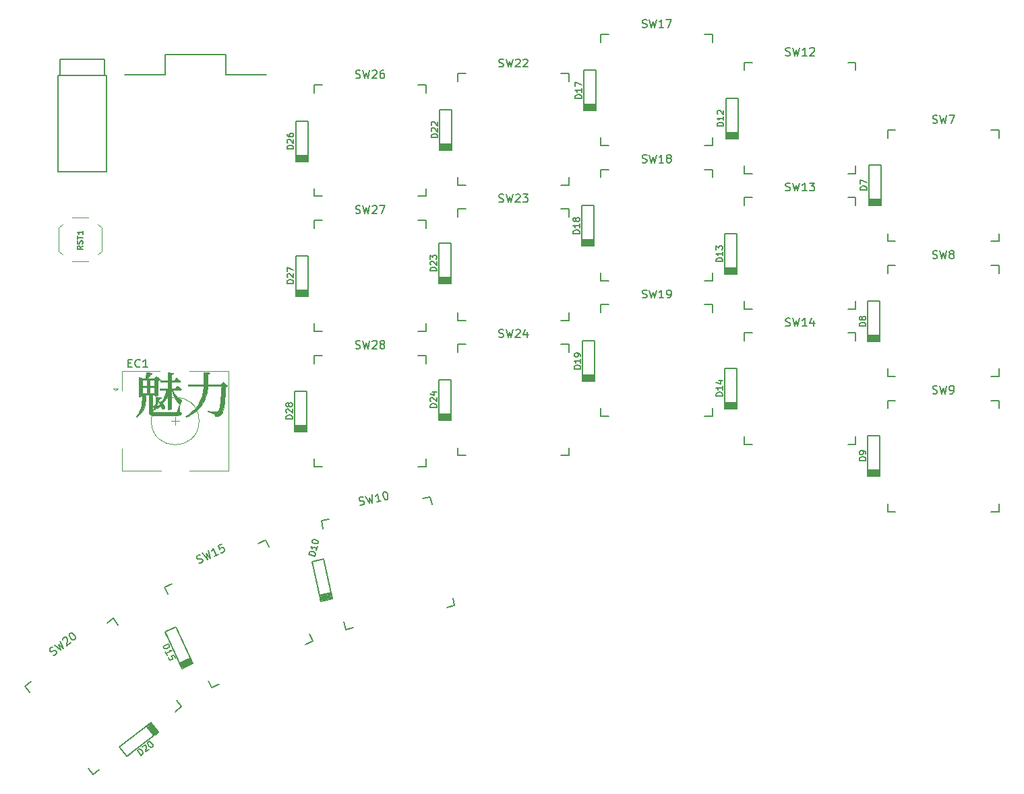
<source format=gbr>
%TF.GenerationSoftware,KiCad,Pcbnew,(5.1.10)-1*%
%TF.CreationDate,2021-07-28T09:06:05+05:30*%
%TF.ProjectId,Pteron36v0,50746572-6f6e-4333-9676-302e6b696361,rev?*%
%TF.SameCoordinates,Original*%
%TF.FileFunction,Legend,Top*%
%TF.FilePolarity,Positive*%
%FSLAX46Y46*%
G04 Gerber Fmt 4.6, Leading zero omitted, Abs format (unit mm)*
G04 Created by KiCad (PCBNEW (5.1.10)-1) date 2021-07-28 09:06:05*
%MOMM*%
%LPD*%
G01*
G04 APERTURE LIST*
%ADD10C,0.120000*%
%ADD11C,0.150000*%
%ADD12C,0.010000*%
G04 APERTURE END LIST*
D10*
%TO.C,EC1*%
X140522600Y-91908000D02*
G75*
G03*
X140522600Y-91908000I-3000000J0D01*
G01*
X139322600Y-85608000D02*
X144222600Y-85608000D01*
X144222600Y-85608000D02*
X144222600Y-98208000D01*
X144222600Y-98208000D02*
X139322600Y-98208000D01*
X135722600Y-98208000D02*
X130822600Y-98208000D01*
X130822600Y-98208000D02*
X130822600Y-95408000D01*
X135622600Y-85608000D02*
X130822600Y-85608000D01*
X130822600Y-85608000D02*
X130822600Y-88108000D01*
X130022600Y-88108000D02*
X129722600Y-87808000D01*
X129722600Y-87808000D02*
X130322600Y-87808000D01*
X130322600Y-87808000D02*
X130022600Y-88108000D01*
X137522600Y-91408000D02*
X137522600Y-92408000D01*
X137022600Y-91908000D02*
X138022600Y-91908000D01*
D11*
%TO.C,SW22*%
X187000000Y-62249998D02*
X186000000Y-62249998D01*
X187000000Y-61249998D02*
X187000000Y-62249998D01*
X187000000Y-48249998D02*
X187000000Y-49249998D01*
X186000000Y-48249998D02*
X187000000Y-48249998D01*
X173000000Y-48249998D02*
X174000000Y-48249998D01*
X173000000Y-49249998D02*
X173000000Y-48249998D01*
X173000000Y-62249998D02*
X173000000Y-61249998D01*
X174000000Y-62249998D02*
X173000000Y-62249998D01*
%TO.C,SW23*%
X187000000Y-79249998D02*
X186000000Y-79249998D01*
X187000000Y-78249998D02*
X187000000Y-79249998D01*
X187000000Y-65249998D02*
X187000000Y-66249998D01*
X186000000Y-65249998D02*
X187000000Y-65249998D01*
X173000000Y-65249998D02*
X174000000Y-65249998D01*
X173000000Y-66249998D02*
X173000000Y-65249998D01*
X173000000Y-79249998D02*
X173000000Y-78249998D01*
X174000000Y-79249998D02*
X173000000Y-79249998D01*
%TO.C,SW28*%
X169000000Y-97666664D02*
X168000000Y-97666664D01*
X169000000Y-96666664D02*
X169000000Y-97666664D01*
X169000000Y-83666664D02*
X169000000Y-84666664D01*
X168000000Y-83666664D02*
X169000000Y-83666664D01*
X155000000Y-83666664D02*
X156000000Y-83666664D01*
X155000000Y-84666664D02*
X155000000Y-83666664D01*
X155000000Y-97666664D02*
X155000000Y-96666664D01*
X156000000Y-97666664D02*
X155000000Y-97666664D01*
%TO.C,SW27*%
X169000000Y-80666664D02*
X168000000Y-80666664D01*
X169000000Y-79666664D02*
X169000000Y-80666664D01*
X169000000Y-66666664D02*
X169000000Y-67666664D01*
X168000000Y-66666664D02*
X169000000Y-66666664D01*
X155000000Y-66666664D02*
X156000000Y-66666664D01*
X155000000Y-67666664D02*
X155000000Y-66666664D01*
X155000000Y-80666664D02*
X155000000Y-79666664D01*
X156000000Y-80666664D02*
X155000000Y-80666664D01*
%TO.C,SW26*%
X169000000Y-63666664D02*
X168000000Y-63666664D01*
X169000000Y-62666664D02*
X169000000Y-63666664D01*
X169000000Y-49666664D02*
X169000000Y-50666664D01*
X168000000Y-49666664D02*
X169000000Y-49666664D01*
X155000000Y-49666664D02*
X156000000Y-49666664D01*
X155000000Y-50666664D02*
X155000000Y-49666664D01*
X155000000Y-63666664D02*
X155000000Y-62666664D01*
X156000000Y-63666664D02*
X155000000Y-63666664D01*
%TO.C,SW24*%
X187000000Y-96249998D02*
X186000000Y-96249998D01*
X187000000Y-95249998D02*
X187000000Y-96249998D01*
X187000000Y-82249998D02*
X187000000Y-83249998D01*
X186000000Y-82249998D02*
X187000000Y-82249998D01*
X173000000Y-82249998D02*
X174000000Y-82249998D01*
X173000000Y-83249998D02*
X173000000Y-82249998D01*
X173000000Y-96249998D02*
X173000000Y-95249998D01*
X174000000Y-96249998D02*
X173000000Y-96249998D01*
%TO.C,SW20*%
X138288003Y-127834943D02*
X137494650Y-128443705D01*
X137679242Y-127041590D02*
X138288003Y-127834943D01*
X129765343Y-116727997D02*
X130374105Y-117521350D01*
X128971990Y-117336758D02*
X129765343Y-116727997D01*
X118658397Y-125250657D02*
X119451750Y-124641895D01*
X119267158Y-126044010D02*
X118658397Y-125250657D01*
X127181057Y-136357603D02*
X126572295Y-135564250D01*
X127974410Y-135748842D02*
X127181057Y-136357603D01*
%TO.C,SW19*%
X205000000Y-91291667D02*
X204000000Y-91291667D01*
X205000000Y-90291667D02*
X205000000Y-91291667D01*
X205000000Y-77291667D02*
X205000000Y-78291667D01*
X204000000Y-77291667D02*
X205000000Y-77291667D01*
X191000000Y-77291667D02*
X192000000Y-77291667D01*
X191000000Y-78291667D02*
X191000000Y-77291667D01*
X191000000Y-91291667D02*
X191000000Y-90291667D01*
X192000000Y-91291667D02*
X191000000Y-91291667D01*
%TO.C,SW18*%
X205000000Y-74291667D02*
X204000000Y-74291667D01*
X205000000Y-73291667D02*
X205000000Y-74291667D01*
X205000000Y-60291667D02*
X205000000Y-61291667D01*
X204000000Y-60291667D02*
X205000000Y-60291667D01*
X191000000Y-60291667D02*
X192000000Y-60291667D01*
X191000000Y-61291667D02*
X191000000Y-60291667D01*
X191000000Y-74291667D02*
X191000000Y-73291667D01*
X192000000Y-74291667D02*
X191000000Y-74291667D01*
%TO.C,SW17*%
X205000000Y-57291667D02*
X204000000Y-57291667D01*
X205000000Y-56291667D02*
X205000000Y-57291667D01*
X205000000Y-43291667D02*
X205000000Y-44291667D01*
X204000000Y-43291667D02*
X205000000Y-43291667D01*
X191000000Y-43291667D02*
X192000000Y-43291667D01*
X191000000Y-44291667D02*
X191000000Y-43291667D01*
X191000000Y-57291667D02*
X191000000Y-56291667D01*
X192000000Y-57291667D02*
X191000000Y-57291667D01*
%TO.C,SW15*%
X154802482Y-119552439D02*
X153896175Y-119975057D01*
X154379864Y-118646131D02*
X154802482Y-119552439D01*
X148885827Y-106864130D02*
X149308445Y-107770437D01*
X147979519Y-107286748D02*
X148885827Y-106864130D01*
X136197518Y-112780785D02*
X137103825Y-112358167D01*
X136620136Y-113687093D02*
X136197518Y-112780785D01*
X142114173Y-125469094D02*
X141691555Y-124562787D01*
X143020481Y-125046476D02*
X142114173Y-125469094D01*
%TO.C,SW14*%
X223000000Y-94833332D02*
X222000000Y-94833332D01*
X223000000Y-93833332D02*
X223000000Y-94833332D01*
X223000000Y-80833332D02*
X223000000Y-81833332D01*
X222000000Y-80833332D02*
X223000000Y-80833332D01*
X209000000Y-80833332D02*
X210000000Y-80833332D01*
X209000000Y-81833332D02*
X209000000Y-80833332D01*
X209000000Y-94833332D02*
X209000000Y-93833332D01*
X210000000Y-94833332D02*
X209000000Y-94833332D01*
%TO.C,SW13*%
X223000000Y-77833332D02*
X222000000Y-77833332D01*
X223000000Y-76833332D02*
X223000000Y-77833332D01*
X223000000Y-63833332D02*
X223000000Y-64833332D01*
X222000000Y-63833332D02*
X223000000Y-63833332D01*
X209000000Y-63833332D02*
X210000000Y-63833332D01*
X209000000Y-64833332D02*
X209000000Y-63833332D01*
X209000000Y-77833332D02*
X209000000Y-76833332D01*
X210000000Y-77833332D02*
X209000000Y-77833332D01*
%TO.C,SW12*%
X223000000Y-60833332D02*
X222000000Y-60833332D01*
X223000000Y-59833332D02*
X223000000Y-60833332D01*
X223000000Y-46833332D02*
X223000000Y-47833332D01*
X222000000Y-46833332D02*
X223000000Y-46833332D01*
X209000000Y-46833332D02*
X210000000Y-46833332D01*
X209000000Y-47833332D02*
X209000000Y-46833332D01*
X209000000Y-60833332D02*
X209000000Y-59833332D01*
X210000000Y-60833332D02*
X209000000Y-60833332D01*
%TO.C,SW10*%
X172599149Y-115110610D02*
X171622853Y-115327049D01*
X172382710Y-114134314D02*
X172599149Y-115110610D01*
X169568995Y-101442466D02*
X169785434Y-102418762D01*
X168592699Y-101658905D02*
X169568995Y-101442466D01*
X155900851Y-104472620D02*
X156877147Y-104256181D01*
X156117290Y-105448916D02*
X155900851Y-104472620D01*
X158931005Y-118140764D02*
X158714566Y-117164468D01*
X159907301Y-117924325D02*
X158931005Y-118140764D01*
%TO.C,SW9*%
X241000000Y-103333328D02*
X240000000Y-103333328D01*
X241000000Y-102333328D02*
X241000000Y-103333328D01*
X241000000Y-89333328D02*
X241000000Y-90333328D01*
X240000000Y-89333328D02*
X241000000Y-89333328D01*
X227000000Y-89333328D02*
X228000000Y-89333328D01*
X227000000Y-90333328D02*
X227000000Y-89333328D01*
X227000000Y-103333328D02*
X227000000Y-102333328D01*
X228000000Y-103333328D02*
X227000000Y-103333328D01*
%TO.C,SW8*%
X241000000Y-86333328D02*
X240000000Y-86333328D01*
X241000000Y-85333328D02*
X241000000Y-86333328D01*
X241000000Y-72333328D02*
X241000000Y-73333328D01*
X240000000Y-72333328D02*
X241000000Y-72333328D01*
X227000000Y-72333328D02*
X228000000Y-72333328D01*
X227000000Y-73333328D02*
X227000000Y-72333328D01*
X227000000Y-86333328D02*
X227000000Y-85333328D01*
X228000000Y-86333328D02*
X227000000Y-86333328D01*
%TO.C,SW7*%
X241000000Y-69333328D02*
X240000000Y-69333328D01*
X241000000Y-68333328D02*
X241000000Y-69333328D01*
X241000000Y-55333328D02*
X241000000Y-56333328D01*
X240000000Y-55333328D02*
X241000000Y-55333328D01*
X227000000Y-55333328D02*
X228000000Y-55333328D01*
X227000000Y-56333328D02*
X227000000Y-55333328D01*
X227000000Y-69333328D02*
X227000000Y-68333328D01*
X228000000Y-69333328D02*
X227000000Y-69333328D01*
%TO.C,U1*%
X131191000Y-48387000D02*
X136271000Y-48387000D01*
X136271000Y-48387000D02*
X136271000Y-45847000D01*
X136271000Y-45847000D02*
X143891000Y-45847000D01*
X143891000Y-45847000D02*
X143891000Y-48387000D01*
X143891000Y-48387000D02*
X148971000Y-48387000D01*
D10*
%TO.C,RST1*%
X124563000Y-66368000D02*
X126643000Y-66368000D01*
X128323000Y-70538000D02*
X127833000Y-71028000D01*
X124563000Y-71808000D02*
X126643000Y-71808000D01*
X128323000Y-67638000D02*
X127833000Y-67148000D01*
X128323000Y-67638000D02*
X128323000Y-70538000D01*
X122883000Y-67638000D02*
X123373000Y-67148000D01*
X122883000Y-67638000D02*
X122883000Y-70538000D01*
X122883000Y-70538000D02*
X123373000Y-71028000D01*
D12*
%TO.C,LOGO1*%
G36*
X136658350Y-85827553D02*
G01*
X136728535Y-85831782D01*
X136824180Y-85841515D01*
X136932946Y-85854994D01*
X137042496Y-85870460D01*
X137140491Y-85886155D01*
X137214592Y-85900320D01*
X137252463Y-85911196D01*
X137254321Y-85912499D01*
X137251717Y-85939967D01*
X137218178Y-85979468D01*
X137167720Y-86019370D01*
X137114359Y-86048041D01*
X137082383Y-86055200D01*
X137063392Y-86057993D01*
X137050008Y-86071394D01*
X137041257Y-86102935D01*
X137036160Y-86160150D01*
X137033743Y-86250569D01*
X137033028Y-86381726D01*
X137033000Y-86436200D01*
X137033000Y-86817200D01*
X137204711Y-86817199D01*
X137376422Y-86817199D01*
X137511861Y-86639605D01*
X137565978Y-86567427D01*
X137606809Y-86518364D01*
X137642661Y-86493717D01*
X137681843Y-86494788D01*
X137732661Y-86522876D01*
X137803423Y-86579284D01*
X137902437Y-86665311D01*
X137952084Y-86708541D01*
X138034785Y-86783061D01*
X138100614Y-86847754D01*
X138141373Y-86894238D01*
X138150600Y-86911525D01*
X138142498Y-86938455D01*
X138114615Y-86959152D01*
X138061580Y-86974353D01*
X137978025Y-86984797D01*
X137858580Y-86991219D01*
X137697876Y-86994357D01*
X137542669Y-86995000D01*
X137033000Y-86995000D01*
X137033000Y-87858600D01*
X137255250Y-87858426D01*
X137362089Y-87857716D01*
X137430596Y-87853331D01*
X137473238Y-87841588D01*
X137502482Y-87818801D01*
X137530795Y-87781286D01*
X137534544Y-87775876D01*
X137587249Y-87704531D01*
X137651864Y-87623188D01*
X137675240Y-87595204D01*
X137758891Y-87496909D01*
X138003892Y-87702905D01*
X138098256Y-87783104D01*
X138178190Y-87852655D01*
X138235708Y-87904492D01*
X138262822Y-87931554D01*
X138263480Y-87932503D01*
X138259436Y-87966677D01*
X138237919Y-87996252D01*
X138216780Y-88010418D01*
X138181136Y-88020904D01*
X138124112Y-88028225D01*
X138038830Y-88032898D01*
X137918417Y-88035438D01*
X137755995Y-88036361D01*
X137702574Y-88036400D01*
X137207376Y-88036400D01*
X137225002Y-88093550D01*
X137257700Y-88170126D01*
X137314821Y-88274853D01*
X137389151Y-88396135D01*
X137473478Y-88522374D01*
X137560590Y-88641975D01*
X137587748Y-88676791D01*
X137812796Y-88922443D01*
X138073835Y-89141652D01*
X138182350Y-89217292D01*
X138255531Y-89269620D01*
X138307932Y-89314865D01*
X138328393Y-89343371D01*
X138328399Y-89343668D01*
X138311302Y-89380093D01*
X138269583Y-89428889D01*
X138264041Y-89434206D01*
X138218643Y-89496794D01*
X138173080Y-89593821D01*
X138145595Y-89672738D01*
X138091508Y-89850807D01*
X137940945Y-89686553D01*
X137773651Y-89491674D01*
X137627230Y-89292474D01*
X137497398Y-89080759D01*
X137379873Y-88848331D01*
X137270369Y-88586996D01*
X137164604Y-88288557D01*
X137095030Y-88068150D01*
X137069387Y-88038585D01*
X137059197Y-88036400D01*
X137052099Y-88060582D01*
X137046133Y-88133375D01*
X137041292Y-88255148D01*
X137037567Y-88426271D01*
X137034950Y-88647113D01*
X137033432Y-88918044D01*
X137033000Y-89202534D01*
X137033000Y-90368668D01*
X136923380Y-90421734D01*
X136830923Y-90455050D01*
X136733813Y-90473497D01*
X136707818Y-90474800D01*
X136601875Y-90474800D01*
X136595187Y-89620620D01*
X136588500Y-88766440D01*
X136457606Y-88966570D01*
X136373605Y-89087004D01*
X136275030Y-89215806D01*
X136170976Y-89342203D01*
X136070537Y-89455420D01*
X135982806Y-89544682D01*
X135933807Y-89587158D01*
X135863315Y-89641297D01*
X135964506Y-89739500D01*
X136034294Y-89817186D01*
X136096153Y-89902478D01*
X136117549Y-89939339D01*
X136159740Y-90056505D01*
X136168719Y-90167217D01*
X136148420Y-90263759D01*
X136102775Y-90338415D01*
X136035715Y-90383469D01*
X135951174Y-90391205D01*
X135895316Y-90375402D01*
X135850846Y-90350832D01*
X135822428Y-90313209D01*
X135801609Y-90247925D01*
X135790059Y-90193535D01*
X135770996Y-90114151D01*
X135751308Y-90059605D01*
X135737679Y-90043000D01*
X135707289Y-90052714D01*
X135639584Y-90079376D01*
X135543654Y-90119258D01*
X135428587Y-90168636D01*
X135389707Y-90185615D01*
X135227084Y-90260906D01*
X135103566Y-90326698D01*
X135022996Y-90380853D01*
X135001000Y-90401744D01*
X134957187Y-90448850D01*
X134928135Y-90473521D01*
X134924800Y-90474613D01*
X134908519Y-90453277D01*
X134874785Y-90396275D01*
X134829131Y-90313242D01*
X134794660Y-90247907D01*
X134739062Y-90138357D01*
X134709380Y-90065888D01*
X134707634Y-90022753D01*
X134735842Y-90001205D01*
X134796023Y-89993497D01*
X134861300Y-89992157D01*
X134926002Y-89985706D01*
X134967000Y-89972652D01*
X134990727Y-89932195D01*
X135014290Y-89841394D01*
X135037608Y-89700702D01*
X135060605Y-89510576D01*
X135077951Y-89331800D01*
X135089840Y-89202290D01*
X135101281Y-89084365D01*
X135110973Y-88991034D01*
X135117615Y-88935306D01*
X135117616Y-88935303D01*
X135128968Y-88856307D01*
X135401534Y-88904634D01*
X135542575Y-88929836D01*
X135639491Y-88948837D01*
X135698137Y-88964526D01*
X135724368Y-88979793D01*
X135724038Y-88997525D01*
X135703003Y-89020614D01*
X135679033Y-89041561D01*
X135619606Y-89082734D01*
X135567411Y-89102814D01*
X135561834Y-89103200D01*
X135521778Y-89125397D01*
X135482170Y-89194139D01*
X135470186Y-89223850D01*
X135441842Y-89294352D01*
X135398388Y-89397318D01*
X135345724Y-89518959D01*
X135289752Y-89645487D01*
X135289336Y-89646417D01*
X135154199Y-89948334D01*
X135348178Y-89930756D01*
X135452853Y-89920256D01*
X135546504Y-89909099D01*
X135610105Y-89899568D01*
X135613405Y-89898928D01*
X135684655Y-89884678D01*
X135618970Y-89754289D01*
X135572641Y-89667356D01*
X135526175Y-89587990D01*
X135503938Y-89553945D01*
X135473602Y-89504664D01*
X135474579Y-89479753D01*
X135492033Y-89469622D01*
X135535998Y-89471753D01*
X135602850Y-89493973D01*
X135632525Y-89507827D01*
X135699008Y-89539526D01*
X135746674Y-89558246D01*
X135756934Y-89560400D01*
X135782035Y-89539007D01*
X135824185Y-89480715D01*
X135878302Y-89394348D01*
X135939306Y-89288732D01*
X136002113Y-89172693D01*
X136061642Y-89055057D01*
X136112811Y-88944648D01*
X136116858Y-88935309D01*
X136174141Y-88794295D01*
X136232810Y-88636241D01*
X136288291Y-88474807D01*
X136336012Y-88323654D01*
X136371399Y-88196444D01*
X136385886Y-88131650D01*
X136403653Y-88036399D01*
X135997389Y-88036400D01*
X135845496Y-88036169D01*
X135736789Y-88034790D01*
X135663654Y-88031229D01*
X135618477Y-88024456D01*
X135593643Y-88013436D01*
X135581539Y-87997140D01*
X135575809Y-87979250D01*
X135565507Y-87939229D01*
X135562988Y-87909203D01*
X135574254Y-87887738D01*
X135605308Y-87873398D01*
X135662151Y-87864749D01*
X135750786Y-87860356D01*
X135877216Y-87858783D01*
X136047441Y-87858597D01*
X136080500Y-87858600D01*
X136601200Y-87858600D01*
X136601200Y-86995000D01*
X135691769Y-86995000D01*
X135663884Y-86915009D01*
X135644914Y-86858197D01*
X135636081Y-86827027D01*
X135636000Y-86826109D01*
X135660099Y-86823335D01*
X135727197Y-86820913D01*
X135829491Y-86818987D01*
X135959182Y-86817702D01*
X136108466Y-86817201D01*
X136118600Y-86817200D01*
X136601200Y-86817200D01*
X136601200Y-85826600D01*
X136658350Y-85827553D01*
G37*
X136658350Y-85827553D02*
X136728535Y-85831782D01*
X136824180Y-85841515D01*
X136932946Y-85854994D01*
X137042496Y-85870460D01*
X137140491Y-85886155D01*
X137214592Y-85900320D01*
X137252463Y-85911196D01*
X137254321Y-85912499D01*
X137251717Y-85939967D01*
X137218178Y-85979468D01*
X137167720Y-86019370D01*
X137114359Y-86048041D01*
X137082383Y-86055200D01*
X137063392Y-86057993D01*
X137050008Y-86071394D01*
X137041257Y-86102935D01*
X137036160Y-86160150D01*
X137033743Y-86250569D01*
X137033028Y-86381726D01*
X137033000Y-86436200D01*
X137033000Y-86817200D01*
X137204711Y-86817199D01*
X137376422Y-86817199D01*
X137511861Y-86639605D01*
X137565978Y-86567427D01*
X137606809Y-86518364D01*
X137642661Y-86493717D01*
X137681843Y-86494788D01*
X137732661Y-86522876D01*
X137803423Y-86579284D01*
X137902437Y-86665311D01*
X137952084Y-86708541D01*
X138034785Y-86783061D01*
X138100614Y-86847754D01*
X138141373Y-86894238D01*
X138150600Y-86911525D01*
X138142498Y-86938455D01*
X138114615Y-86959152D01*
X138061580Y-86974353D01*
X137978025Y-86984797D01*
X137858580Y-86991219D01*
X137697876Y-86994357D01*
X137542669Y-86995000D01*
X137033000Y-86995000D01*
X137033000Y-87858600D01*
X137255250Y-87858426D01*
X137362089Y-87857716D01*
X137430596Y-87853331D01*
X137473238Y-87841588D01*
X137502482Y-87818801D01*
X137530795Y-87781286D01*
X137534544Y-87775876D01*
X137587249Y-87704531D01*
X137651864Y-87623188D01*
X137675240Y-87595204D01*
X137758891Y-87496909D01*
X138003892Y-87702905D01*
X138098256Y-87783104D01*
X138178190Y-87852655D01*
X138235708Y-87904492D01*
X138262822Y-87931554D01*
X138263480Y-87932503D01*
X138259436Y-87966677D01*
X138237919Y-87996252D01*
X138216780Y-88010418D01*
X138181136Y-88020904D01*
X138124112Y-88028225D01*
X138038830Y-88032898D01*
X137918417Y-88035438D01*
X137755995Y-88036361D01*
X137702574Y-88036400D01*
X137207376Y-88036400D01*
X137225002Y-88093550D01*
X137257700Y-88170126D01*
X137314821Y-88274853D01*
X137389151Y-88396135D01*
X137473478Y-88522374D01*
X137560590Y-88641975D01*
X137587748Y-88676791D01*
X137812796Y-88922443D01*
X138073835Y-89141652D01*
X138182350Y-89217292D01*
X138255531Y-89269620D01*
X138307932Y-89314865D01*
X138328393Y-89343371D01*
X138328399Y-89343668D01*
X138311302Y-89380093D01*
X138269583Y-89428889D01*
X138264041Y-89434206D01*
X138218643Y-89496794D01*
X138173080Y-89593821D01*
X138145595Y-89672738D01*
X138091508Y-89850807D01*
X137940945Y-89686553D01*
X137773651Y-89491674D01*
X137627230Y-89292474D01*
X137497398Y-89080759D01*
X137379873Y-88848331D01*
X137270369Y-88586996D01*
X137164604Y-88288557D01*
X137095030Y-88068150D01*
X137069387Y-88038585D01*
X137059197Y-88036400D01*
X137052099Y-88060582D01*
X137046133Y-88133375D01*
X137041292Y-88255148D01*
X137037567Y-88426271D01*
X137034950Y-88647113D01*
X137033432Y-88918044D01*
X137033000Y-89202534D01*
X137033000Y-90368668D01*
X136923380Y-90421734D01*
X136830923Y-90455050D01*
X136733813Y-90473497D01*
X136707818Y-90474800D01*
X136601875Y-90474800D01*
X136595187Y-89620620D01*
X136588500Y-88766440D01*
X136457606Y-88966570D01*
X136373605Y-89087004D01*
X136275030Y-89215806D01*
X136170976Y-89342203D01*
X136070537Y-89455420D01*
X135982806Y-89544682D01*
X135933807Y-89587158D01*
X135863315Y-89641297D01*
X135964506Y-89739500D01*
X136034294Y-89817186D01*
X136096153Y-89902478D01*
X136117549Y-89939339D01*
X136159740Y-90056505D01*
X136168719Y-90167217D01*
X136148420Y-90263759D01*
X136102775Y-90338415D01*
X136035715Y-90383469D01*
X135951174Y-90391205D01*
X135895316Y-90375402D01*
X135850846Y-90350832D01*
X135822428Y-90313209D01*
X135801609Y-90247925D01*
X135790059Y-90193535D01*
X135770996Y-90114151D01*
X135751308Y-90059605D01*
X135737679Y-90043000D01*
X135707289Y-90052714D01*
X135639584Y-90079376D01*
X135543654Y-90119258D01*
X135428587Y-90168636D01*
X135389707Y-90185615D01*
X135227084Y-90260906D01*
X135103566Y-90326698D01*
X135022996Y-90380853D01*
X135001000Y-90401744D01*
X134957187Y-90448850D01*
X134928135Y-90473521D01*
X134924800Y-90474613D01*
X134908519Y-90453277D01*
X134874785Y-90396275D01*
X134829131Y-90313242D01*
X134794660Y-90247907D01*
X134739062Y-90138357D01*
X134709380Y-90065888D01*
X134707634Y-90022753D01*
X134735842Y-90001205D01*
X134796023Y-89993497D01*
X134861300Y-89992157D01*
X134926002Y-89985706D01*
X134967000Y-89972652D01*
X134990727Y-89932195D01*
X135014290Y-89841394D01*
X135037608Y-89700702D01*
X135060605Y-89510576D01*
X135077951Y-89331800D01*
X135089840Y-89202290D01*
X135101281Y-89084365D01*
X135110973Y-88991034D01*
X135117615Y-88935306D01*
X135117616Y-88935303D01*
X135128968Y-88856307D01*
X135401534Y-88904634D01*
X135542575Y-88929836D01*
X135639491Y-88948837D01*
X135698137Y-88964526D01*
X135724368Y-88979793D01*
X135724038Y-88997525D01*
X135703003Y-89020614D01*
X135679033Y-89041561D01*
X135619606Y-89082734D01*
X135567411Y-89102814D01*
X135561834Y-89103200D01*
X135521778Y-89125397D01*
X135482170Y-89194139D01*
X135470186Y-89223850D01*
X135441842Y-89294352D01*
X135398388Y-89397318D01*
X135345724Y-89518959D01*
X135289752Y-89645487D01*
X135289336Y-89646417D01*
X135154199Y-89948334D01*
X135348178Y-89930756D01*
X135452853Y-89920256D01*
X135546504Y-89909099D01*
X135610105Y-89899568D01*
X135613405Y-89898928D01*
X135684655Y-89884678D01*
X135618970Y-89754289D01*
X135572641Y-89667356D01*
X135526175Y-89587990D01*
X135503938Y-89553945D01*
X135473602Y-89504664D01*
X135474579Y-89479753D01*
X135492033Y-89469622D01*
X135535998Y-89471753D01*
X135602850Y-89493973D01*
X135632525Y-89507827D01*
X135699008Y-89539526D01*
X135746674Y-89558246D01*
X135756934Y-89560400D01*
X135782035Y-89539007D01*
X135824185Y-89480715D01*
X135878302Y-89394348D01*
X135939306Y-89288732D01*
X136002113Y-89172693D01*
X136061642Y-89055057D01*
X136112811Y-88944648D01*
X136116858Y-88935309D01*
X136174141Y-88794295D01*
X136232810Y-88636241D01*
X136288291Y-88474807D01*
X136336012Y-88323654D01*
X136371399Y-88196444D01*
X136385886Y-88131650D01*
X136403653Y-88036399D01*
X135997389Y-88036400D01*
X135845496Y-88036169D01*
X135736789Y-88034790D01*
X135663654Y-88031229D01*
X135618477Y-88024456D01*
X135593643Y-88013436D01*
X135581539Y-87997140D01*
X135575809Y-87979250D01*
X135565507Y-87939229D01*
X135562988Y-87909203D01*
X135574254Y-87887738D01*
X135605308Y-87873398D01*
X135662151Y-87864749D01*
X135750786Y-87860356D01*
X135877216Y-87858783D01*
X136047441Y-87858597D01*
X136080500Y-87858600D01*
X136601200Y-87858600D01*
X136601200Y-86995000D01*
X135691769Y-86995000D01*
X135663884Y-86915009D01*
X135644914Y-86858197D01*
X135636081Y-86827027D01*
X135636000Y-86826109D01*
X135660099Y-86823335D01*
X135727197Y-86820913D01*
X135829491Y-86818987D01*
X135959182Y-86817702D01*
X136108466Y-86817201D01*
X136118600Y-86817200D01*
X136601200Y-86817200D01*
X136601200Y-85826600D01*
X136658350Y-85827553D01*
G36*
X141195167Y-85777281D02*
G01*
X141265011Y-85781288D01*
X141361532Y-85790017D01*
X141473054Y-85802017D01*
X141587897Y-85815839D01*
X141694384Y-85830032D01*
X141780837Y-85843149D01*
X141835576Y-85853739D01*
X141848432Y-85858366D01*
X141845481Y-85885724D01*
X141812475Y-85926145D01*
X141763384Y-85967344D01*
X141712178Y-85997038D01*
X141682354Y-86004399D01*
X141662585Y-86006631D01*
X141648593Y-86018306D01*
X141639380Y-86046896D01*
X141633951Y-86099871D01*
X141631311Y-86184701D01*
X141630463Y-86308857D01*
X141630400Y-86394148D01*
X141629202Y-86558819D01*
X141625928Y-86732942D01*
X141621049Y-86897602D01*
X141615041Y-87033889D01*
X141613840Y-87054548D01*
X141597280Y-87325200D01*
X143277137Y-87325200D01*
X143415862Y-87171904D01*
X143554586Y-87018609D01*
X143812510Y-87239302D01*
X143906938Y-87322602D01*
X143984498Y-87395822D01*
X144038286Y-87452074D01*
X144061401Y-87484472D01*
X144061646Y-87487847D01*
X144034069Y-87510914D01*
X143973771Y-87538341D01*
X143933828Y-87551928D01*
X143814800Y-87588156D01*
X143814635Y-87717028D01*
X143812636Y-87821972D01*
X143807225Y-87967762D01*
X143798966Y-88144598D01*
X143788427Y-88342681D01*
X143776173Y-88552212D01*
X143762771Y-88763393D01*
X143748786Y-88966425D01*
X143734785Y-89151509D01*
X143725027Y-89267997D01*
X143688613Y-89635535D01*
X143648158Y-89956500D01*
X143602940Y-90235008D01*
X143552234Y-90475178D01*
X143495317Y-90681126D01*
X143457403Y-90791270D01*
X143365556Y-90967472D01*
X143235599Y-91112846D01*
X143071997Y-91224277D01*
X142879216Y-91298650D01*
X142683067Y-91331433D01*
X142494000Y-91345732D01*
X142493905Y-91246816D01*
X142483193Y-91149241D01*
X142447987Y-91067558D01*
X142383370Y-90998194D01*
X142284425Y-90937578D01*
X142146236Y-90882137D01*
X141963887Y-90828299D01*
X141893039Y-90810240D01*
X141773372Y-90779190D01*
X141695459Y-90754614D01*
X141651233Y-90733045D01*
X141632631Y-90711018D01*
X141630400Y-90697369D01*
X141636963Y-90668049D01*
X141665448Y-90657849D01*
X141729049Y-90662678D01*
X141738350Y-90663897D01*
X141858336Y-90677657D01*
X142009432Y-90691691D01*
X142176128Y-90704887D01*
X142342913Y-90716132D01*
X142494279Y-90724313D01*
X142614715Y-90728318D01*
X142639166Y-90728537D01*
X142738300Y-90726724D01*
X142803735Y-90717748D01*
X142852514Y-90696825D01*
X142901681Y-90659173D01*
X142908956Y-90652830D01*
X142964720Y-90586096D01*
X143016056Y-90486647D01*
X143063235Y-90352660D01*
X143106527Y-90182312D01*
X143146200Y-89973781D01*
X143182524Y-89725246D01*
X143215769Y-89434883D01*
X143246204Y-89100871D01*
X143274099Y-88721387D01*
X143299722Y-88294609D01*
X143321232Y-87864950D01*
X143337911Y-87503000D01*
X141579600Y-87503000D01*
X141579600Y-87576869D01*
X141574121Y-87678392D01*
X141558977Y-87817216D01*
X141536102Y-87981185D01*
X141507431Y-88158143D01*
X141474900Y-88335933D01*
X141440444Y-88502400D01*
X141415091Y-88610174D01*
X141294487Y-89012366D01*
X141142423Y-89378709D01*
X140955116Y-89715951D01*
X140728783Y-90030841D01*
X140459643Y-90330126D01*
X140440163Y-90349611D01*
X140319989Y-90465014D01*
X140191451Y-90581638D01*
X140067441Y-90688203D01*
X139960853Y-90773430D01*
X139928600Y-90797164D01*
X139791377Y-90890345D01*
X139631532Y-90991753D01*
X139461964Y-91093809D01*
X139295575Y-91188935D01*
X139145264Y-91269552D01*
X139027542Y-91326493D01*
X138948934Y-91359117D01*
X138902230Y-91370582D01*
X138874011Y-91362674D01*
X138859877Y-91348783D01*
X138845619Y-91330412D01*
X138841589Y-91313806D01*
X138853510Y-91293600D01*
X138887105Y-91264428D01*
X138948099Y-91220927D01*
X139042215Y-91157730D01*
X139115800Y-91108899D01*
X139506230Y-90824554D01*
X139850531Y-90519758D01*
X140149553Y-90193379D01*
X140404152Y-89844284D01*
X140615179Y-89471339D01*
X140783489Y-89073412D01*
X140880003Y-88766012D01*
X140931404Y-88553597D01*
X140979539Y-88312049D01*
X141020646Y-88063029D01*
X141050964Y-87828204D01*
X141060712Y-87725250D01*
X141078585Y-87503000D01*
X139171569Y-87503000D01*
X139143684Y-87423009D01*
X139124714Y-87366197D01*
X139115881Y-87335027D01*
X139115800Y-87334109D01*
X139140290Y-87332139D01*
X139210127Y-87330320D01*
X139319857Y-87328701D01*
X139464024Y-87327332D01*
X139637176Y-87326261D01*
X139833858Y-87325539D01*
X140048618Y-87325213D01*
X140103275Y-87325199D01*
X141090751Y-87325199D01*
X141128235Y-85775799D01*
X141195167Y-85777281D01*
G37*
X141195167Y-85777281D02*
X141265011Y-85781288D01*
X141361532Y-85790017D01*
X141473054Y-85802017D01*
X141587897Y-85815839D01*
X141694384Y-85830032D01*
X141780837Y-85843149D01*
X141835576Y-85853739D01*
X141848432Y-85858366D01*
X141845481Y-85885724D01*
X141812475Y-85926145D01*
X141763384Y-85967344D01*
X141712178Y-85997038D01*
X141682354Y-86004399D01*
X141662585Y-86006631D01*
X141648593Y-86018306D01*
X141639380Y-86046896D01*
X141633951Y-86099871D01*
X141631311Y-86184701D01*
X141630463Y-86308857D01*
X141630400Y-86394148D01*
X141629202Y-86558819D01*
X141625928Y-86732942D01*
X141621049Y-86897602D01*
X141615041Y-87033889D01*
X141613840Y-87054548D01*
X141597280Y-87325200D01*
X143277137Y-87325200D01*
X143415862Y-87171904D01*
X143554586Y-87018609D01*
X143812510Y-87239302D01*
X143906938Y-87322602D01*
X143984498Y-87395822D01*
X144038286Y-87452074D01*
X144061401Y-87484472D01*
X144061646Y-87487847D01*
X144034069Y-87510914D01*
X143973771Y-87538341D01*
X143933828Y-87551928D01*
X143814800Y-87588156D01*
X143814635Y-87717028D01*
X143812636Y-87821972D01*
X143807225Y-87967762D01*
X143798966Y-88144598D01*
X143788427Y-88342681D01*
X143776173Y-88552212D01*
X143762771Y-88763393D01*
X143748786Y-88966425D01*
X143734785Y-89151509D01*
X143725027Y-89267997D01*
X143688613Y-89635535D01*
X143648158Y-89956500D01*
X143602940Y-90235008D01*
X143552234Y-90475178D01*
X143495317Y-90681126D01*
X143457403Y-90791270D01*
X143365556Y-90967472D01*
X143235599Y-91112846D01*
X143071997Y-91224277D01*
X142879216Y-91298650D01*
X142683067Y-91331433D01*
X142494000Y-91345732D01*
X142493905Y-91246816D01*
X142483193Y-91149241D01*
X142447987Y-91067558D01*
X142383370Y-90998194D01*
X142284425Y-90937578D01*
X142146236Y-90882137D01*
X141963887Y-90828299D01*
X141893039Y-90810240D01*
X141773372Y-90779190D01*
X141695459Y-90754614D01*
X141651233Y-90733045D01*
X141632631Y-90711018D01*
X141630400Y-90697369D01*
X141636963Y-90668049D01*
X141665448Y-90657849D01*
X141729049Y-90662678D01*
X141738350Y-90663897D01*
X141858336Y-90677657D01*
X142009432Y-90691691D01*
X142176128Y-90704887D01*
X142342913Y-90716132D01*
X142494279Y-90724313D01*
X142614715Y-90728318D01*
X142639166Y-90728537D01*
X142738300Y-90726724D01*
X142803735Y-90717748D01*
X142852514Y-90696825D01*
X142901681Y-90659173D01*
X142908956Y-90652830D01*
X142964720Y-90586096D01*
X143016056Y-90486647D01*
X143063235Y-90352660D01*
X143106527Y-90182312D01*
X143146200Y-89973781D01*
X143182524Y-89725246D01*
X143215769Y-89434883D01*
X143246204Y-89100871D01*
X143274099Y-88721387D01*
X143299722Y-88294609D01*
X143321232Y-87864950D01*
X143337911Y-87503000D01*
X141579600Y-87503000D01*
X141579600Y-87576869D01*
X141574121Y-87678392D01*
X141558977Y-87817216D01*
X141536102Y-87981185D01*
X141507431Y-88158143D01*
X141474900Y-88335933D01*
X141440444Y-88502400D01*
X141415091Y-88610174D01*
X141294487Y-89012366D01*
X141142423Y-89378709D01*
X140955116Y-89715951D01*
X140728783Y-90030841D01*
X140459643Y-90330126D01*
X140440163Y-90349611D01*
X140319989Y-90465014D01*
X140191451Y-90581638D01*
X140067441Y-90688203D01*
X139960853Y-90773430D01*
X139928600Y-90797164D01*
X139791377Y-90890345D01*
X139631532Y-90991753D01*
X139461964Y-91093809D01*
X139295575Y-91188935D01*
X139145264Y-91269552D01*
X139027542Y-91326493D01*
X138948934Y-91359117D01*
X138902230Y-91370582D01*
X138874011Y-91362674D01*
X138859877Y-91348783D01*
X138845619Y-91330412D01*
X138841589Y-91313806D01*
X138853510Y-91293600D01*
X138887105Y-91264428D01*
X138948099Y-91220927D01*
X139042215Y-91157730D01*
X139115800Y-91108899D01*
X139506230Y-90824554D01*
X139850531Y-90519758D01*
X140149553Y-90193379D01*
X140404152Y-89844284D01*
X140615179Y-89471339D01*
X140783489Y-89073412D01*
X140880003Y-88766012D01*
X140931404Y-88553597D01*
X140979539Y-88312049D01*
X141020646Y-88063029D01*
X141050964Y-87828204D01*
X141060712Y-87725250D01*
X141078585Y-87503000D01*
X139171569Y-87503000D01*
X139143684Y-87423009D01*
X139124714Y-87366197D01*
X139115881Y-87335027D01*
X139115800Y-87334109D01*
X139140290Y-87332139D01*
X139210127Y-87330320D01*
X139319857Y-87328701D01*
X139464024Y-87327332D01*
X139637176Y-87326261D01*
X139833858Y-87325539D01*
X140048618Y-87325213D01*
X140103275Y-87325199D01*
X141090751Y-87325199D01*
X141128235Y-85775799D01*
X141195167Y-85777281D01*
G36*
X134017446Y-85787613D02*
G01*
X134112064Y-85801700D01*
X134221318Y-85820708D01*
X134333591Y-85842452D01*
X134437268Y-85864744D01*
X134520732Y-85885401D01*
X134572365Y-85902235D01*
X134581900Y-85907764D01*
X134583377Y-85937343D01*
X134553011Y-85975804D01*
X134505012Y-86010589D01*
X134453591Y-86029141D01*
X134443793Y-86029800D01*
X134411251Y-86049393D01*
X134355145Y-86103923D01*
X134281472Y-86187014D01*
X134196229Y-86292288D01*
X134192951Y-86296500D01*
X133985687Y-86563200D01*
X134894826Y-86563200D01*
X135115300Y-86309756D01*
X135378600Y-86512599D01*
X135641900Y-86715441D01*
X135531000Y-86765763D01*
X135458819Y-86795784D01*
X135403246Y-86814087D01*
X135388350Y-86816642D01*
X135379666Y-86827342D01*
X135372605Y-86861764D01*
X135367031Y-86923890D01*
X135362804Y-87017702D01*
X135359787Y-87147183D01*
X135357841Y-87316316D01*
X135356829Y-87529084D01*
X135356600Y-87732841D01*
X135356600Y-88648483D01*
X135248650Y-88697484D01*
X135158901Y-88728565D01*
X135067841Y-88745832D01*
X135045450Y-88747042D01*
X134982988Y-88743886D01*
X134956242Y-88725493D01*
X134950238Y-88679970D01*
X134950200Y-88671400D01*
X134950200Y-88595200D01*
X134620000Y-88595200D01*
X134620000Y-89595325D01*
X134620410Y-89819133D01*
X134621579Y-90029669D01*
X134623417Y-90220901D01*
X134625830Y-90386802D01*
X134628728Y-90521341D01*
X134632019Y-90618489D01*
X134635611Y-90672217D01*
X134636447Y-90677686D01*
X134643473Y-90709781D01*
X134653269Y-90737119D01*
X134669665Y-90760059D01*
X134696492Y-90778958D01*
X134737580Y-90794173D01*
X134796761Y-90806062D01*
X134877864Y-90814984D01*
X134984721Y-90821295D01*
X135121162Y-90825353D01*
X135291018Y-90827516D01*
X135498120Y-90828141D01*
X135746297Y-90827586D01*
X136039382Y-90826209D01*
X136217064Y-90825252D01*
X136520291Y-90823496D01*
X136776834Y-90821693D01*
X136990809Y-90819700D01*
X137166331Y-90817372D01*
X137307516Y-90814564D01*
X137418480Y-90811132D01*
X137503338Y-90806930D01*
X137566206Y-90801815D01*
X137611201Y-90795641D01*
X137642437Y-90788264D01*
X137664030Y-90779540D01*
X137673373Y-90774058D01*
X137719888Y-90727407D01*
X137766591Y-90646276D01*
X137815264Y-90526436D01*
X137867687Y-90363657D01*
X137910452Y-90211171D01*
X137946193Y-90084883D01*
X137974810Y-90002328D01*
X137997210Y-89964597D01*
X138014299Y-89972777D01*
X138026983Y-90027959D01*
X138036170Y-90131232D01*
X138042767Y-90283685D01*
X138045242Y-90373119D01*
X138054435Y-90750057D01*
X138121567Y-90766807D01*
X138214770Y-90809838D01*
X138266879Y-90880718D01*
X138277599Y-90944700D01*
X138268078Y-91008034D01*
X138236599Y-91060250D01*
X138178792Y-91102773D01*
X138090286Y-91137028D01*
X137966708Y-91164438D01*
X137803688Y-91186430D01*
X137596854Y-91204427D01*
X137452100Y-91213772D01*
X137325729Y-91219356D01*
X137156362Y-91224068D01*
X136951795Y-91227826D01*
X136719824Y-91230550D01*
X136468245Y-91232158D01*
X136204857Y-91232568D01*
X135937455Y-91231700D01*
X135813800Y-91230837D01*
X135531316Y-91228313D01*
X135294950Y-91225674D01*
X135100021Y-91222734D01*
X134941847Y-91219306D01*
X134815745Y-91215203D01*
X134717034Y-91210238D01*
X134641032Y-91204226D01*
X134583057Y-91196978D01*
X134538428Y-91188309D01*
X134504208Y-91178614D01*
X134373897Y-91117398D01*
X134285769Y-91032050D01*
X134238393Y-90929884D01*
X134232723Y-90884636D01*
X134227607Y-90793235D01*
X134223140Y-90660325D01*
X134219417Y-90490551D01*
X134216532Y-90288558D01*
X134214582Y-90058991D01*
X134213661Y-89806494D01*
X134213600Y-89719317D01*
X134213600Y-88595200D01*
X134038576Y-88595200D01*
X133863552Y-88595199D01*
X133845972Y-88880950D01*
X133813333Y-89273052D01*
X133765445Y-89621305D01*
X133700621Y-89930817D01*
X133617172Y-90206695D01*
X133513412Y-90454046D01*
X133387651Y-90677978D01*
X133238204Y-90883599D01*
X133150816Y-90984709D01*
X133063211Y-91075336D01*
X132966914Y-91166282D01*
X132870581Y-91250336D01*
X132782865Y-91320287D01*
X132712423Y-91368924D01*
X132667909Y-91389035D01*
X132665332Y-91389200D01*
X132632035Y-91369019D01*
X132623928Y-91354601D01*
X132632547Y-91320321D01*
X132666725Y-91257307D01*
X132720188Y-91176413D01*
X132752418Y-91132351D01*
X132921951Y-90879037D01*
X133063049Y-90603675D01*
X133177239Y-90301439D01*
X133266050Y-89967506D01*
X133331010Y-89597050D01*
X133373647Y-89185246D01*
X133374992Y-89166700D01*
X133387950Y-88974944D01*
X133395989Y-88828641D01*
X133399112Y-88722683D01*
X133397324Y-88651959D01*
X133390628Y-88611362D01*
X133379028Y-88595784D01*
X133375400Y-88595200D01*
X133357676Y-88617299D01*
X133350008Y-88670667D01*
X133350000Y-88672641D01*
X133343122Y-88724322D01*
X133314103Y-88760290D01*
X133250368Y-88795275D01*
X133242050Y-88799084D01*
X133152301Y-88830165D01*
X133061241Y-88847432D01*
X133038850Y-88848642D01*
X132943600Y-88849200D01*
X132943600Y-87655400D01*
X133350000Y-87655400D01*
X133350000Y-88417400D01*
X133959600Y-88417400D01*
X133959600Y-87655400D01*
X134340600Y-87655400D01*
X134340600Y-88417400D01*
X134950200Y-88417400D01*
X134950200Y-87655400D01*
X134340600Y-87655400D01*
X133959600Y-87655400D01*
X133350000Y-87655400D01*
X132943600Y-87655400D01*
X132943600Y-87617300D01*
X132944085Y-87330114D01*
X132945506Y-87075654D01*
X132947808Y-86856701D01*
X132949811Y-86741000D01*
X133350000Y-86741000D01*
X133350000Y-87477600D01*
X133959600Y-87477600D01*
X133959600Y-86741000D01*
X134340600Y-86741000D01*
X134340600Y-87477600D01*
X134950200Y-87477600D01*
X134950200Y-86741000D01*
X134340600Y-86741000D01*
X133959600Y-86741000D01*
X133350000Y-86741000D01*
X132949811Y-86741000D01*
X132950936Y-86676037D01*
X132954837Y-86536444D01*
X132959457Y-86440702D01*
X132964741Y-86391596D01*
X132967592Y-86385400D01*
X133000344Y-86395341D01*
X133066805Y-86421834D01*
X133154681Y-86459886D01*
X133188732Y-86475242D01*
X133291971Y-86520190D01*
X133370784Y-86546333D01*
X133445995Y-86557954D01*
X133538429Y-86559335D01*
X133590189Y-86557792D01*
X133794500Y-86550500D01*
X133848086Y-86175180D01*
X133867955Y-86042494D01*
X133886839Y-85928079D01*
X133903071Y-85841196D01*
X133914988Y-85791107D01*
X133918585Y-85782947D01*
X133949081Y-85780634D01*
X134017446Y-85787613D01*
G37*
X134017446Y-85787613D02*
X134112064Y-85801700D01*
X134221318Y-85820708D01*
X134333591Y-85842452D01*
X134437268Y-85864744D01*
X134520732Y-85885401D01*
X134572365Y-85902235D01*
X134581900Y-85907764D01*
X134583377Y-85937343D01*
X134553011Y-85975804D01*
X134505012Y-86010589D01*
X134453591Y-86029141D01*
X134443793Y-86029800D01*
X134411251Y-86049393D01*
X134355145Y-86103923D01*
X134281472Y-86187014D01*
X134196229Y-86292288D01*
X134192951Y-86296500D01*
X133985687Y-86563200D01*
X134894826Y-86563200D01*
X135115300Y-86309756D01*
X135378600Y-86512599D01*
X135641900Y-86715441D01*
X135531000Y-86765763D01*
X135458819Y-86795784D01*
X135403246Y-86814087D01*
X135388350Y-86816642D01*
X135379666Y-86827342D01*
X135372605Y-86861764D01*
X135367031Y-86923890D01*
X135362804Y-87017702D01*
X135359787Y-87147183D01*
X135357841Y-87316316D01*
X135356829Y-87529084D01*
X135356600Y-87732841D01*
X135356600Y-88648483D01*
X135248650Y-88697484D01*
X135158901Y-88728565D01*
X135067841Y-88745832D01*
X135045450Y-88747042D01*
X134982988Y-88743886D01*
X134956242Y-88725493D01*
X134950238Y-88679970D01*
X134950200Y-88671400D01*
X134950200Y-88595200D01*
X134620000Y-88595200D01*
X134620000Y-89595325D01*
X134620410Y-89819133D01*
X134621579Y-90029669D01*
X134623417Y-90220901D01*
X134625830Y-90386802D01*
X134628728Y-90521341D01*
X134632019Y-90618489D01*
X134635611Y-90672217D01*
X134636447Y-90677686D01*
X134643473Y-90709781D01*
X134653269Y-90737119D01*
X134669665Y-90760059D01*
X134696492Y-90778958D01*
X134737580Y-90794173D01*
X134796761Y-90806062D01*
X134877864Y-90814984D01*
X134984721Y-90821295D01*
X135121162Y-90825353D01*
X135291018Y-90827516D01*
X135498120Y-90828141D01*
X135746297Y-90827586D01*
X136039382Y-90826209D01*
X136217064Y-90825252D01*
X136520291Y-90823496D01*
X136776834Y-90821693D01*
X136990809Y-90819700D01*
X137166331Y-90817372D01*
X137307516Y-90814564D01*
X137418480Y-90811132D01*
X137503338Y-90806930D01*
X137566206Y-90801815D01*
X137611201Y-90795641D01*
X137642437Y-90788264D01*
X137664030Y-90779540D01*
X137673373Y-90774058D01*
X137719888Y-90727407D01*
X137766591Y-90646276D01*
X137815264Y-90526436D01*
X137867687Y-90363657D01*
X137910452Y-90211171D01*
X137946193Y-90084883D01*
X137974810Y-90002328D01*
X137997210Y-89964597D01*
X138014299Y-89972777D01*
X138026983Y-90027959D01*
X138036170Y-90131232D01*
X138042767Y-90283685D01*
X138045242Y-90373119D01*
X138054435Y-90750057D01*
X138121567Y-90766807D01*
X138214770Y-90809838D01*
X138266879Y-90880718D01*
X138277599Y-90944700D01*
X138268078Y-91008034D01*
X138236599Y-91060250D01*
X138178792Y-91102773D01*
X138090286Y-91137028D01*
X137966708Y-91164438D01*
X137803688Y-91186430D01*
X137596854Y-91204427D01*
X137452100Y-91213772D01*
X137325729Y-91219356D01*
X137156362Y-91224068D01*
X136951795Y-91227826D01*
X136719824Y-91230550D01*
X136468245Y-91232158D01*
X136204857Y-91232568D01*
X135937455Y-91231700D01*
X135813800Y-91230837D01*
X135531316Y-91228313D01*
X135294950Y-91225674D01*
X135100021Y-91222734D01*
X134941847Y-91219306D01*
X134815745Y-91215203D01*
X134717034Y-91210238D01*
X134641032Y-91204226D01*
X134583057Y-91196978D01*
X134538428Y-91188309D01*
X134504208Y-91178614D01*
X134373897Y-91117398D01*
X134285769Y-91032050D01*
X134238393Y-90929884D01*
X134232723Y-90884636D01*
X134227607Y-90793235D01*
X134223140Y-90660325D01*
X134219417Y-90490551D01*
X134216532Y-90288558D01*
X134214582Y-90058991D01*
X134213661Y-89806494D01*
X134213600Y-89719317D01*
X134213600Y-88595200D01*
X134038576Y-88595200D01*
X133863552Y-88595199D01*
X133845972Y-88880950D01*
X133813333Y-89273052D01*
X133765445Y-89621305D01*
X133700621Y-89930817D01*
X133617172Y-90206695D01*
X133513412Y-90454046D01*
X133387651Y-90677978D01*
X133238204Y-90883599D01*
X133150816Y-90984709D01*
X133063211Y-91075336D01*
X132966914Y-91166282D01*
X132870581Y-91250336D01*
X132782865Y-91320287D01*
X132712423Y-91368924D01*
X132667909Y-91389035D01*
X132665332Y-91389200D01*
X132632035Y-91369019D01*
X132623928Y-91354601D01*
X132632547Y-91320321D01*
X132666725Y-91257307D01*
X132720188Y-91176413D01*
X132752418Y-91132351D01*
X132921951Y-90879037D01*
X133063049Y-90603675D01*
X133177239Y-90301439D01*
X133266050Y-89967506D01*
X133331010Y-89597050D01*
X133373647Y-89185246D01*
X133374992Y-89166700D01*
X133387950Y-88974944D01*
X133395989Y-88828641D01*
X133399112Y-88722683D01*
X133397324Y-88651959D01*
X133390628Y-88611362D01*
X133379028Y-88595784D01*
X133375400Y-88595200D01*
X133357676Y-88617299D01*
X133350008Y-88670667D01*
X133350000Y-88672641D01*
X133343122Y-88724322D01*
X133314103Y-88760290D01*
X133250368Y-88795275D01*
X133242050Y-88799084D01*
X133152301Y-88830165D01*
X133061241Y-88847432D01*
X133038850Y-88848642D01*
X132943600Y-88849200D01*
X132943600Y-87655400D01*
X133350000Y-87655400D01*
X133350000Y-88417400D01*
X133959600Y-88417400D01*
X133959600Y-87655400D01*
X134340600Y-87655400D01*
X134340600Y-88417400D01*
X134950200Y-88417400D01*
X134950200Y-87655400D01*
X134340600Y-87655400D01*
X133959600Y-87655400D01*
X133350000Y-87655400D01*
X132943600Y-87655400D01*
X132943600Y-87617300D01*
X132944085Y-87330114D01*
X132945506Y-87075654D01*
X132947808Y-86856701D01*
X132949811Y-86741000D01*
X133350000Y-86741000D01*
X133350000Y-87477600D01*
X133959600Y-87477600D01*
X133959600Y-86741000D01*
X134340600Y-86741000D01*
X134340600Y-87477600D01*
X134950200Y-87477600D01*
X134950200Y-86741000D01*
X134340600Y-86741000D01*
X133959600Y-86741000D01*
X133350000Y-86741000D01*
X132949811Y-86741000D01*
X132950936Y-86676037D01*
X132954837Y-86536444D01*
X132959457Y-86440702D01*
X132964741Y-86391596D01*
X132967592Y-86385400D01*
X133000344Y-86395341D01*
X133066805Y-86421834D01*
X133154681Y-86459886D01*
X133188732Y-86475242D01*
X133291971Y-86520190D01*
X133370784Y-86546333D01*
X133445995Y-86557954D01*
X133538429Y-86559335D01*
X133590189Y-86557792D01*
X133794500Y-86550500D01*
X133848086Y-86175180D01*
X133867955Y-86042494D01*
X133886839Y-85928079D01*
X133903071Y-85841196D01*
X133914988Y-85791107D01*
X133918585Y-85782947D01*
X133949081Y-85780634D01*
X134017446Y-85787613D01*
D11*
%TO.C,J1*%
X128670000Y-46468980D02*
X123070000Y-46468980D01*
X123070000Y-48468980D02*
X123070000Y-46468980D01*
X128670000Y-48468980D02*
X128670000Y-46468980D01*
X122820000Y-48468980D02*
X122820000Y-60568980D01*
X128920000Y-48468980D02*
X128920000Y-60568980D01*
X128920000Y-60568980D02*
X122820000Y-60568980D01*
X128920000Y-48468980D02*
X122820000Y-48468980D01*
%TO.C,D28*%
X152527000Y-92456000D02*
X154051000Y-92456000D01*
X152527000Y-92583000D02*
X154051000Y-92583000D01*
X154051000Y-92710000D02*
X152527000Y-92710000D01*
X152527000Y-93091000D02*
X154051000Y-93091000D01*
X154051000Y-92964000D02*
X152527000Y-92964000D01*
X152527000Y-92837000D02*
X154051000Y-92837000D01*
X152527000Y-88138000D02*
X152527000Y-88646000D01*
X154051000Y-88138000D02*
X152527000Y-88138000D01*
X154051000Y-93218000D02*
X154051000Y-88138000D01*
X152527000Y-93218000D02*
X154051000Y-93218000D01*
X152527000Y-88138000D02*
X152527000Y-93218000D01*
%TO.C,D27*%
X152654000Y-71120000D02*
X152654000Y-76200000D01*
X152654000Y-76200000D02*
X154178000Y-76200000D01*
X154178000Y-76200000D02*
X154178000Y-71120000D01*
X154178000Y-71120000D02*
X152654000Y-71120000D01*
X152654000Y-71120000D02*
X152654000Y-71628000D01*
X152654000Y-75819000D02*
X154178000Y-75819000D01*
X154178000Y-75946000D02*
X152654000Y-75946000D01*
X152654000Y-76073000D02*
X154178000Y-76073000D01*
X154178000Y-75692000D02*
X152654000Y-75692000D01*
X152654000Y-75565000D02*
X154178000Y-75565000D01*
X152654000Y-75438000D02*
X154178000Y-75438000D01*
%TO.C,D26*%
X152654000Y-58547000D02*
X154178000Y-58547000D01*
X152654000Y-58674000D02*
X154178000Y-58674000D01*
X154178000Y-58801000D02*
X152654000Y-58801000D01*
X152654000Y-59182000D02*
X154178000Y-59182000D01*
X154178000Y-59055000D02*
X152654000Y-59055000D01*
X152654000Y-58928000D02*
X154178000Y-58928000D01*
X152654000Y-54229000D02*
X152654000Y-54737000D01*
X154178000Y-54229000D02*
X152654000Y-54229000D01*
X154178000Y-59309000D02*
X154178000Y-54229000D01*
X152654000Y-59309000D02*
X154178000Y-59309000D01*
X152654000Y-54229000D02*
X152654000Y-59309000D01*
%TO.C,D24*%
X170620000Y-91030330D02*
X172144000Y-91030330D01*
X170620000Y-91157330D02*
X172144000Y-91157330D01*
X172144000Y-91284330D02*
X170620000Y-91284330D01*
X170620000Y-91665330D02*
X172144000Y-91665330D01*
X172144000Y-91538330D02*
X170620000Y-91538330D01*
X170620000Y-91411330D02*
X172144000Y-91411330D01*
X170620000Y-86712330D02*
X170620000Y-87220330D01*
X172144000Y-86712330D02*
X170620000Y-86712330D01*
X172144000Y-91792330D02*
X172144000Y-86712330D01*
X170620000Y-91792330D02*
X172144000Y-91792330D01*
X170620000Y-86712330D02*
X170620000Y-91792330D01*
%TO.C,D23*%
X170620000Y-69567330D02*
X170620000Y-74647330D01*
X170620000Y-74647330D02*
X172144000Y-74647330D01*
X172144000Y-74647330D02*
X172144000Y-69567330D01*
X172144000Y-69567330D02*
X170620000Y-69567330D01*
X170620000Y-69567330D02*
X170620000Y-70075330D01*
X170620000Y-74266330D02*
X172144000Y-74266330D01*
X172144000Y-74393330D02*
X170620000Y-74393330D01*
X170620000Y-74520330D02*
X172144000Y-74520330D01*
X172144000Y-74139330D02*
X170620000Y-74139330D01*
X170620000Y-74012330D02*
X172144000Y-74012330D01*
X170620000Y-73885330D02*
X172144000Y-73885330D01*
%TO.C,D22*%
X170747000Y-57121330D02*
X172271000Y-57121330D01*
X170747000Y-57248330D02*
X172271000Y-57248330D01*
X172271000Y-57375330D02*
X170747000Y-57375330D01*
X170747000Y-57756330D02*
X172271000Y-57756330D01*
X172271000Y-57629330D02*
X170747000Y-57629330D01*
X170747000Y-57502330D02*
X172271000Y-57502330D01*
X170747000Y-52803330D02*
X170747000Y-53311330D01*
X172271000Y-52803330D02*
X170747000Y-52803330D01*
X172271000Y-57883330D02*
X172271000Y-52803330D01*
X170747000Y-57883330D02*
X172271000Y-57883330D01*
X170747000Y-52803330D02*
X170747000Y-57883330D01*
%TO.C,D20*%
X134843458Y-131475157D02*
X133915706Y-130266087D01*
X134944214Y-131397845D02*
X134016462Y-130188774D01*
X134117218Y-130111462D02*
X135044970Y-131320532D01*
X135347238Y-131088594D02*
X134419485Y-129879523D01*
X134318730Y-129956836D02*
X135246482Y-131165907D01*
X135145726Y-131243219D02*
X134217974Y-130034149D01*
X131417759Y-134103789D02*
X131820782Y-133794538D01*
X130490006Y-132894719D02*
X131417759Y-134103789D01*
X134520241Y-129802211D02*
X130490006Y-132894719D01*
X135447994Y-131011281D02*
X134520241Y-129802211D01*
X131417759Y-134103789D02*
X135447994Y-131011281D01*
%TO.C,D19*%
X188713000Y-86184664D02*
X190237000Y-86184664D01*
X188713000Y-86311664D02*
X190237000Y-86311664D01*
X190237000Y-86438664D02*
X188713000Y-86438664D01*
X188713000Y-86819664D02*
X190237000Y-86819664D01*
X190237000Y-86692664D02*
X188713000Y-86692664D01*
X188713000Y-86565664D02*
X190237000Y-86565664D01*
X188713000Y-81866664D02*
X188713000Y-82374664D01*
X190237000Y-81866664D02*
X188713000Y-81866664D01*
X190237000Y-86946664D02*
X190237000Y-81866664D01*
X188713000Y-86946664D02*
X190237000Y-86946664D01*
X188713000Y-81866664D02*
X188713000Y-86946664D01*
%TO.C,D18*%
X188586000Y-69166664D02*
X190110000Y-69166664D01*
X188586000Y-69293664D02*
X190110000Y-69293664D01*
X190110000Y-69420664D02*
X188586000Y-69420664D01*
X188586000Y-69801664D02*
X190110000Y-69801664D01*
X190110000Y-69674664D02*
X188586000Y-69674664D01*
X188586000Y-69547664D02*
X190110000Y-69547664D01*
X188586000Y-64848664D02*
X188586000Y-65356664D01*
X190110000Y-64848664D02*
X188586000Y-64848664D01*
X190110000Y-69928664D02*
X190110000Y-64848664D01*
X188586000Y-69928664D02*
X190110000Y-69928664D01*
X188586000Y-64848664D02*
X188586000Y-69928664D01*
%TO.C,D17*%
X188840000Y-52148664D02*
X190364000Y-52148664D01*
X188840000Y-52275664D02*
X190364000Y-52275664D01*
X190364000Y-52402664D02*
X188840000Y-52402664D01*
X188840000Y-52783664D02*
X190364000Y-52783664D01*
X190364000Y-52656664D02*
X188840000Y-52656664D01*
X188840000Y-52529664D02*
X190364000Y-52529664D01*
X188840000Y-47830664D02*
X188840000Y-48338664D01*
X190364000Y-47830664D02*
X188840000Y-47830664D01*
X190364000Y-52910664D02*
X190364000Y-47830664D01*
X188840000Y-52910664D02*
X190364000Y-52910664D01*
X188840000Y-47830664D02*
X188840000Y-52910664D01*
%TO.C,D15*%
X138060809Y-122350060D02*
X139442022Y-121705990D01*
X138114481Y-122465161D02*
X139495694Y-121821091D01*
X139549367Y-121936192D02*
X138168154Y-122580263D01*
X138329171Y-122925566D02*
X139710384Y-122281496D01*
X139656712Y-122166394D02*
X138275499Y-122810465D01*
X138221826Y-122695364D02*
X139603039Y-122051293D01*
X136235943Y-118436623D02*
X136450633Y-118897028D01*
X137617156Y-117792553D02*
X136235943Y-118436623D01*
X139764057Y-122396597D02*
X137617156Y-117792553D01*
X138382844Y-123040667D02*
X139764057Y-122396597D01*
X136235943Y-118436623D02*
X138382844Y-123040667D01*
%TO.C,D14*%
X206552000Y-89593998D02*
X208076000Y-89593998D01*
X206552000Y-89720998D02*
X208076000Y-89720998D01*
X208076000Y-89847998D02*
X206552000Y-89847998D01*
X206552000Y-90228998D02*
X208076000Y-90228998D01*
X208076000Y-90101998D02*
X206552000Y-90101998D01*
X206552000Y-89974998D02*
X208076000Y-89974998D01*
X206552000Y-85275998D02*
X206552000Y-85783998D01*
X208076000Y-85275998D02*
X206552000Y-85275998D01*
X208076000Y-90355998D02*
X208076000Y-85275998D01*
X206552000Y-90355998D02*
X208076000Y-90355998D01*
X206552000Y-85275998D02*
X206552000Y-90355998D01*
%TO.C,D13*%
X206552000Y-72702998D02*
X208076000Y-72702998D01*
X206552000Y-72829998D02*
X208076000Y-72829998D01*
X208076000Y-72956998D02*
X206552000Y-72956998D01*
X206552000Y-73337998D02*
X208076000Y-73337998D01*
X208076000Y-73210998D02*
X206552000Y-73210998D01*
X206552000Y-73083998D02*
X208076000Y-73083998D01*
X206552000Y-68384998D02*
X206552000Y-68892998D01*
X208076000Y-68384998D02*
X206552000Y-68384998D01*
X208076000Y-73464998D02*
X208076000Y-68384998D01*
X206552000Y-73464998D02*
X208076000Y-73464998D01*
X206552000Y-68384998D02*
X206552000Y-73464998D01*
%TO.C,D12*%
X206679000Y-55684998D02*
X208203000Y-55684998D01*
X206679000Y-55811998D02*
X208203000Y-55811998D01*
X208203000Y-55938998D02*
X206679000Y-55938998D01*
X206679000Y-56319998D02*
X208203000Y-56319998D01*
X208203000Y-56192998D02*
X206679000Y-56192998D01*
X206679000Y-56065998D02*
X208203000Y-56065998D01*
X206679000Y-51366998D02*
X206679000Y-51874998D01*
X208203000Y-51366998D02*
X206679000Y-51366998D01*
X208203000Y-56446998D02*
X208203000Y-51366998D01*
X206679000Y-56446998D02*
X208203000Y-56446998D01*
X206679000Y-51366998D02*
X206679000Y-56446998D01*
%TO.C,D10*%
X155640892Y-113817395D02*
X157128767Y-113487541D01*
X155668380Y-113941385D02*
X157156255Y-113611531D01*
X157183743Y-113735521D02*
X155695868Y-114065374D01*
X155778331Y-114437343D02*
X157266206Y-114107489D01*
X157238719Y-113983500D02*
X155750843Y-114313354D01*
X155723356Y-114189364D02*
X157211231Y-113859510D01*
X154706306Y-109601749D02*
X154816257Y-110097707D01*
X156194181Y-109271895D02*
X154706306Y-109601749D01*
X157293694Y-114231479D02*
X156194181Y-109271895D01*
X155805819Y-114561333D02*
X157293694Y-114231479D01*
X154706306Y-109601749D02*
X155805819Y-114561333D01*
%TO.C,D9*%
X224518000Y-98074328D02*
X226042000Y-98074328D01*
X224518000Y-98201328D02*
X226042000Y-98201328D01*
X226042000Y-98328328D02*
X224518000Y-98328328D01*
X224518000Y-98709328D02*
X226042000Y-98709328D01*
X226042000Y-98582328D02*
X224518000Y-98582328D01*
X224518000Y-98455328D02*
X226042000Y-98455328D01*
X224518000Y-93756328D02*
X224518000Y-94264328D01*
X226042000Y-93756328D02*
X224518000Y-93756328D01*
X226042000Y-98836328D02*
X226042000Y-93756328D01*
X224518000Y-98836328D02*
X226042000Y-98836328D01*
X224518000Y-93756328D02*
X224518000Y-98836328D01*
%TO.C,D8*%
X224518000Y-81183328D02*
X226042000Y-81183328D01*
X224518000Y-81310328D02*
X226042000Y-81310328D01*
X226042000Y-81437328D02*
X224518000Y-81437328D01*
X224518000Y-81818328D02*
X226042000Y-81818328D01*
X226042000Y-81691328D02*
X224518000Y-81691328D01*
X224518000Y-81564328D02*
X226042000Y-81564328D01*
X224518000Y-76865328D02*
X224518000Y-77373328D01*
X226042000Y-76865328D02*
X224518000Y-76865328D01*
X226042000Y-81945328D02*
X226042000Y-76865328D01*
X224518000Y-81945328D02*
X226042000Y-81945328D01*
X224518000Y-76865328D02*
X224518000Y-81945328D01*
%TO.C,D7*%
X224645000Y-64038328D02*
X226169000Y-64038328D01*
X224645000Y-64165328D02*
X226169000Y-64165328D01*
X226169000Y-64292328D02*
X224645000Y-64292328D01*
X224645000Y-64673328D02*
X226169000Y-64673328D01*
X226169000Y-64546328D02*
X224645000Y-64546328D01*
X224645000Y-64419328D02*
X226169000Y-64419328D01*
X224645000Y-59720328D02*
X224645000Y-60228328D01*
X226169000Y-59720328D02*
X224645000Y-59720328D01*
X226169000Y-64800328D02*
X226169000Y-59720328D01*
X224645000Y-64800328D02*
X226169000Y-64800328D01*
X224645000Y-59720328D02*
X224645000Y-64800328D01*
%TD*%
%TO.C,EC1*%
X131632123Y-84636571D02*
X131965457Y-84636571D01*
X132108314Y-85160380D02*
X131632123Y-85160380D01*
X131632123Y-84160380D01*
X132108314Y-84160380D01*
X133108314Y-85065142D02*
X133060695Y-85112761D01*
X132917838Y-85160380D01*
X132822600Y-85160380D01*
X132679742Y-85112761D01*
X132584504Y-85017523D01*
X132536885Y-84922285D01*
X132489266Y-84731809D01*
X132489266Y-84588952D01*
X132536885Y-84398476D01*
X132584504Y-84303238D01*
X132679742Y-84208000D01*
X132822600Y-84160380D01*
X132917838Y-84160380D01*
X133060695Y-84208000D01*
X133108314Y-84255619D01*
X134060695Y-85160380D02*
X133489266Y-85160380D01*
X133774980Y-85160380D02*
X133774980Y-84160380D01*
X133679742Y-84303238D01*
X133584504Y-84398476D01*
X133489266Y-84446095D01*
%TO.C,SW22*%
X178190476Y-47354759D02*
X178333333Y-47402378D01*
X178571428Y-47402378D01*
X178666666Y-47354759D01*
X178714285Y-47307140D01*
X178761904Y-47211902D01*
X178761904Y-47116664D01*
X178714285Y-47021426D01*
X178666666Y-46973807D01*
X178571428Y-46926188D01*
X178380952Y-46878569D01*
X178285714Y-46830950D01*
X178238095Y-46783331D01*
X178190476Y-46688093D01*
X178190476Y-46592855D01*
X178238095Y-46497617D01*
X178285714Y-46449998D01*
X178380952Y-46402378D01*
X178619047Y-46402378D01*
X178761904Y-46449998D01*
X179095238Y-46402378D02*
X179333333Y-47402378D01*
X179523809Y-46688093D01*
X179714285Y-47402378D01*
X179952380Y-46402378D01*
X180285714Y-46497617D02*
X180333333Y-46449998D01*
X180428571Y-46402378D01*
X180666666Y-46402378D01*
X180761904Y-46449998D01*
X180809523Y-46497617D01*
X180857142Y-46592855D01*
X180857142Y-46688093D01*
X180809523Y-46830950D01*
X180238095Y-47402378D01*
X180857142Y-47402378D01*
X181238095Y-46497617D02*
X181285714Y-46449998D01*
X181380952Y-46402378D01*
X181619047Y-46402378D01*
X181714285Y-46449998D01*
X181761904Y-46497617D01*
X181809523Y-46592855D01*
X181809523Y-46688093D01*
X181761904Y-46830950D01*
X181190476Y-47402378D01*
X181809523Y-47402378D01*
%TO.C,SW23*%
X178190476Y-64354759D02*
X178333333Y-64402378D01*
X178571428Y-64402378D01*
X178666666Y-64354759D01*
X178714285Y-64307140D01*
X178761904Y-64211902D01*
X178761904Y-64116664D01*
X178714285Y-64021426D01*
X178666666Y-63973807D01*
X178571428Y-63926188D01*
X178380952Y-63878569D01*
X178285714Y-63830950D01*
X178238095Y-63783331D01*
X178190476Y-63688093D01*
X178190476Y-63592855D01*
X178238095Y-63497617D01*
X178285714Y-63449998D01*
X178380952Y-63402378D01*
X178619047Y-63402378D01*
X178761904Y-63449998D01*
X179095238Y-63402378D02*
X179333333Y-64402378D01*
X179523809Y-63688093D01*
X179714285Y-64402378D01*
X179952380Y-63402378D01*
X180285714Y-63497617D02*
X180333333Y-63449998D01*
X180428571Y-63402378D01*
X180666666Y-63402378D01*
X180761904Y-63449998D01*
X180809523Y-63497617D01*
X180857142Y-63592855D01*
X180857142Y-63688093D01*
X180809523Y-63830950D01*
X180238095Y-64402378D01*
X180857142Y-64402378D01*
X181190476Y-63402378D02*
X181809523Y-63402378D01*
X181476190Y-63783331D01*
X181619047Y-63783331D01*
X181714285Y-63830950D01*
X181761904Y-63878569D01*
X181809523Y-63973807D01*
X181809523Y-64211902D01*
X181761904Y-64307140D01*
X181714285Y-64354759D01*
X181619047Y-64402378D01*
X181333333Y-64402378D01*
X181238095Y-64354759D01*
X181190476Y-64307140D01*
%TO.C,SW28*%
X160190476Y-82771425D02*
X160333333Y-82819044D01*
X160571428Y-82819044D01*
X160666666Y-82771425D01*
X160714285Y-82723806D01*
X160761904Y-82628568D01*
X160761904Y-82533330D01*
X160714285Y-82438092D01*
X160666666Y-82390473D01*
X160571428Y-82342854D01*
X160380952Y-82295235D01*
X160285714Y-82247616D01*
X160238095Y-82199997D01*
X160190476Y-82104759D01*
X160190476Y-82009521D01*
X160238095Y-81914283D01*
X160285714Y-81866664D01*
X160380952Y-81819044D01*
X160619047Y-81819044D01*
X160761904Y-81866664D01*
X161095238Y-81819044D02*
X161333333Y-82819044D01*
X161523809Y-82104759D01*
X161714285Y-82819044D01*
X161952380Y-81819044D01*
X162285714Y-81914283D02*
X162333333Y-81866664D01*
X162428571Y-81819044D01*
X162666666Y-81819044D01*
X162761904Y-81866664D01*
X162809523Y-81914283D01*
X162857142Y-82009521D01*
X162857142Y-82104759D01*
X162809523Y-82247616D01*
X162238095Y-82819044D01*
X162857142Y-82819044D01*
X163428571Y-82247616D02*
X163333333Y-82199997D01*
X163285714Y-82152378D01*
X163238095Y-82057140D01*
X163238095Y-82009521D01*
X163285714Y-81914283D01*
X163333333Y-81866664D01*
X163428571Y-81819044D01*
X163619047Y-81819044D01*
X163714285Y-81866664D01*
X163761904Y-81914283D01*
X163809523Y-82009521D01*
X163809523Y-82057140D01*
X163761904Y-82152378D01*
X163714285Y-82199997D01*
X163619047Y-82247616D01*
X163428571Y-82247616D01*
X163333333Y-82295235D01*
X163285714Y-82342854D01*
X163238095Y-82438092D01*
X163238095Y-82628568D01*
X163285714Y-82723806D01*
X163333333Y-82771425D01*
X163428571Y-82819044D01*
X163619047Y-82819044D01*
X163714285Y-82771425D01*
X163761904Y-82723806D01*
X163809523Y-82628568D01*
X163809523Y-82438092D01*
X163761904Y-82342854D01*
X163714285Y-82295235D01*
X163619047Y-82247616D01*
%TO.C,SW27*%
X160190476Y-65771425D02*
X160333333Y-65819044D01*
X160571428Y-65819044D01*
X160666666Y-65771425D01*
X160714285Y-65723806D01*
X160761904Y-65628568D01*
X160761904Y-65533330D01*
X160714285Y-65438092D01*
X160666666Y-65390473D01*
X160571428Y-65342854D01*
X160380952Y-65295235D01*
X160285714Y-65247616D01*
X160238095Y-65199997D01*
X160190476Y-65104759D01*
X160190476Y-65009521D01*
X160238095Y-64914283D01*
X160285714Y-64866664D01*
X160380952Y-64819044D01*
X160619047Y-64819044D01*
X160761904Y-64866664D01*
X161095238Y-64819044D02*
X161333333Y-65819044D01*
X161523809Y-65104759D01*
X161714285Y-65819044D01*
X161952380Y-64819044D01*
X162285714Y-64914283D02*
X162333333Y-64866664D01*
X162428571Y-64819044D01*
X162666666Y-64819044D01*
X162761904Y-64866664D01*
X162809523Y-64914283D01*
X162857142Y-65009521D01*
X162857142Y-65104759D01*
X162809523Y-65247616D01*
X162238095Y-65819044D01*
X162857142Y-65819044D01*
X163190476Y-64819044D02*
X163857142Y-64819044D01*
X163428571Y-65819044D01*
%TO.C,SW26*%
X160190476Y-48771425D02*
X160333333Y-48819044D01*
X160571428Y-48819044D01*
X160666666Y-48771425D01*
X160714285Y-48723806D01*
X160761904Y-48628568D01*
X160761904Y-48533330D01*
X160714285Y-48438092D01*
X160666666Y-48390473D01*
X160571428Y-48342854D01*
X160380952Y-48295235D01*
X160285714Y-48247616D01*
X160238095Y-48199997D01*
X160190476Y-48104759D01*
X160190476Y-48009521D01*
X160238095Y-47914283D01*
X160285714Y-47866664D01*
X160380952Y-47819044D01*
X160619047Y-47819044D01*
X160761904Y-47866664D01*
X161095238Y-47819044D02*
X161333333Y-48819044D01*
X161523809Y-48104759D01*
X161714285Y-48819044D01*
X161952380Y-47819044D01*
X162285714Y-47914283D02*
X162333333Y-47866664D01*
X162428571Y-47819044D01*
X162666666Y-47819044D01*
X162761904Y-47866664D01*
X162809523Y-47914283D01*
X162857142Y-48009521D01*
X162857142Y-48104759D01*
X162809523Y-48247616D01*
X162238095Y-48819044D01*
X162857142Y-48819044D01*
X163714285Y-47819044D02*
X163523809Y-47819044D01*
X163428571Y-47866664D01*
X163380952Y-47914283D01*
X163285714Y-48057140D01*
X163238095Y-48247616D01*
X163238095Y-48628568D01*
X163285714Y-48723806D01*
X163333333Y-48771425D01*
X163428571Y-48819044D01*
X163619047Y-48819044D01*
X163714285Y-48771425D01*
X163761904Y-48723806D01*
X163809523Y-48628568D01*
X163809523Y-48390473D01*
X163761904Y-48295235D01*
X163714285Y-48247616D01*
X163619047Y-48199997D01*
X163428571Y-48199997D01*
X163333333Y-48247616D01*
X163285714Y-48295235D01*
X163238095Y-48390473D01*
%TO.C,SW24*%
X178190476Y-81354759D02*
X178333333Y-81402378D01*
X178571428Y-81402378D01*
X178666666Y-81354759D01*
X178714285Y-81307140D01*
X178761904Y-81211902D01*
X178761904Y-81116664D01*
X178714285Y-81021426D01*
X178666666Y-80973807D01*
X178571428Y-80926188D01*
X178380952Y-80878569D01*
X178285714Y-80830950D01*
X178238095Y-80783331D01*
X178190476Y-80688093D01*
X178190476Y-80592855D01*
X178238095Y-80497617D01*
X178285714Y-80449998D01*
X178380952Y-80402378D01*
X178619047Y-80402378D01*
X178761904Y-80449998D01*
X179095238Y-80402378D02*
X179333333Y-81402378D01*
X179523809Y-80688093D01*
X179714285Y-81402378D01*
X179952380Y-80402378D01*
X180285714Y-80497617D02*
X180333333Y-80449998D01*
X180428571Y-80402378D01*
X180666666Y-80402378D01*
X180761904Y-80449998D01*
X180809523Y-80497617D01*
X180857142Y-80592855D01*
X180857142Y-80688093D01*
X180809523Y-80830950D01*
X180238095Y-81402378D01*
X180857142Y-81402378D01*
X181714285Y-80735712D02*
X181714285Y-81402378D01*
X181476190Y-80354759D02*
X181238095Y-81069045D01*
X181857142Y-81069045D01*
%TO.C,SW20*%
X122231291Y-121380654D02*
X122373616Y-121331467D01*
X122562510Y-121186524D01*
X122609078Y-121090768D01*
X122617869Y-121024000D01*
X122597670Y-120919454D01*
X122539693Y-120843897D01*
X122443937Y-120797328D01*
X122377169Y-120788538D01*
X122272623Y-120808736D01*
X122092520Y-120886912D01*
X121987974Y-120907111D01*
X121921206Y-120898321D01*
X121825450Y-120851752D01*
X121767473Y-120776194D01*
X121747274Y-120671648D01*
X121756064Y-120604881D01*
X121802633Y-120509125D01*
X121991527Y-120364182D01*
X122133852Y-120314994D01*
X122369314Y-120074295D02*
X123166969Y-120722705D01*
X122883255Y-120040070D01*
X123469199Y-120490796D01*
X123049331Y-119552500D01*
X123371760Y-119425137D02*
X123380550Y-119358369D01*
X123427119Y-119262613D01*
X123616012Y-119117670D01*
X123720558Y-119097472D01*
X123787326Y-119106262D01*
X123883082Y-119152831D01*
X123941059Y-119228388D01*
X123990246Y-119370713D01*
X123884765Y-120171921D01*
X124375889Y-119795069D01*
X124258251Y-118624863D02*
X124333808Y-118566886D01*
X124438354Y-118546687D01*
X124505122Y-118555478D01*
X124600878Y-118602046D01*
X124754611Y-118724173D01*
X124899554Y-118913066D01*
X124977730Y-119093170D01*
X124997929Y-119197716D01*
X124989139Y-119264483D01*
X124942570Y-119360239D01*
X124867012Y-119418217D01*
X124762466Y-119438415D01*
X124695699Y-119429625D01*
X124599943Y-119383056D01*
X124446209Y-119260930D01*
X124301266Y-119072036D01*
X124223090Y-118891933D01*
X124202892Y-118787387D01*
X124211682Y-118720619D01*
X124258251Y-118624863D01*
%TO.C,SW19*%
X196190476Y-76396428D02*
X196333333Y-76444047D01*
X196571428Y-76444047D01*
X196666666Y-76396428D01*
X196714285Y-76348809D01*
X196761904Y-76253571D01*
X196761904Y-76158333D01*
X196714285Y-76063095D01*
X196666666Y-76015476D01*
X196571428Y-75967857D01*
X196380952Y-75920238D01*
X196285714Y-75872619D01*
X196238095Y-75825000D01*
X196190476Y-75729762D01*
X196190476Y-75634524D01*
X196238095Y-75539286D01*
X196285714Y-75491667D01*
X196380952Y-75444047D01*
X196619047Y-75444047D01*
X196761904Y-75491667D01*
X197095238Y-75444047D02*
X197333333Y-76444047D01*
X197523809Y-75729762D01*
X197714285Y-76444047D01*
X197952380Y-75444047D01*
X198857142Y-76444047D02*
X198285714Y-76444047D01*
X198571428Y-76444047D02*
X198571428Y-75444047D01*
X198476190Y-75586905D01*
X198380952Y-75682143D01*
X198285714Y-75729762D01*
X199333333Y-76444047D02*
X199523809Y-76444047D01*
X199619047Y-76396428D01*
X199666666Y-76348809D01*
X199761904Y-76205952D01*
X199809523Y-76015476D01*
X199809523Y-75634524D01*
X199761904Y-75539286D01*
X199714285Y-75491667D01*
X199619047Y-75444047D01*
X199428571Y-75444047D01*
X199333333Y-75491667D01*
X199285714Y-75539286D01*
X199238095Y-75634524D01*
X199238095Y-75872619D01*
X199285714Y-75967857D01*
X199333333Y-76015476D01*
X199428571Y-76063095D01*
X199619047Y-76063095D01*
X199714285Y-76015476D01*
X199761904Y-75967857D01*
X199809523Y-75872619D01*
%TO.C,SW18*%
X196190476Y-59396428D02*
X196333333Y-59444047D01*
X196571428Y-59444047D01*
X196666666Y-59396428D01*
X196714285Y-59348809D01*
X196761904Y-59253571D01*
X196761904Y-59158333D01*
X196714285Y-59063095D01*
X196666666Y-59015476D01*
X196571428Y-58967857D01*
X196380952Y-58920238D01*
X196285714Y-58872619D01*
X196238095Y-58825000D01*
X196190476Y-58729762D01*
X196190476Y-58634524D01*
X196238095Y-58539286D01*
X196285714Y-58491667D01*
X196380952Y-58444047D01*
X196619047Y-58444047D01*
X196761904Y-58491667D01*
X197095238Y-58444047D02*
X197333333Y-59444047D01*
X197523809Y-58729762D01*
X197714285Y-59444047D01*
X197952380Y-58444047D01*
X198857142Y-59444047D02*
X198285714Y-59444047D01*
X198571428Y-59444047D02*
X198571428Y-58444047D01*
X198476190Y-58586905D01*
X198380952Y-58682143D01*
X198285714Y-58729762D01*
X199428571Y-58872619D02*
X199333333Y-58825000D01*
X199285714Y-58777381D01*
X199238095Y-58682143D01*
X199238095Y-58634524D01*
X199285714Y-58539286D01*
X199333333Y-58491667D01*
X199428571Y-58444047D01*
X199619047Y-58444047D01*
X199714285Y-58491667D01*
X199761904Y-58539286D01*
X199809523Y-58634524D01*
X199809523Y-58682143D01*
X199761904Y-58777381D01*
X199714285Y-58825000D01*
X199619047Y-58872619D01*
X199428571Y-58872619D01*
X199333333Y-58920238D01*
X199285714Y-58967857D01*
X199238095Y-59063095D01*
X199238095Y-59253571D01*
X199285714Y-59348809D01*
X199333333Y-59396428D01*
X199428571Y-59444047D01*
X199619047Y-59444047D01*
X199714285Y-59396428D01*
X199761904Y-59348809D01*
X199809523Y-59253571D01*
X199809523Y-59063095D01*
X199761904Y-58967857D01*
X199714285Y-58920238D01*
X199619047Y-58872619D01*
%TO.C,SW17*%
X196190476Y-42396428D02*
X196333333Y-42444047D01*
X196571428Y-42444047D01*
X196666666Y-42396428D01*
X196714285Y-42348809D01*
X196761904Y-42253571D01*
X196761904Y-42158333D01*
X196714285Y-42063095D01*
X196666666Y-42015476D01*
X196571428Y-41967857D01*
X196380952Y-41920238D01*
X196285714Y-41872619D01*
X196238095Y-41825000D01*
X196190476Y-41729762D01*
X196190476Y-41634524D01*
X196238095Y-41539286D01*
X196285714Y-41491667D01*
X196380952Y-41444047D01*
X196619047Y-41444047D01*
X196761904Y-41491667D01*
X197095238Y-41444047D02*
X197333333Y-42444047D01*
X197523809Y-41729762D01*
X197714285Y-42444047D01*
X197952380Y-41444047D01*
X198857142Y-42444047D02*
X198285714Y-42444047D01*
X198571428Y-42444047D02*
X198571428Y-41444047D01*
X198476190Y-41586905D01*
X198380952Y-41682143D01*
X198285714Y-41729762D01*
X199190476Y-41444047D02*
X199857142Y-41444047D01*
X199428571Y-42444047D01*
%TO.C,SW15*%
X140523342Y-109775833D02*
X140672939Y-109758617D01*
X140888727Y-109657993D01*
X140954917Y-109574586D01*
X140977950Y-109511304D01*
X140980858Y-109404864D01*
X140940609Y-109318549D01*
X140857202Y-109252359D01*
X140793919Y-109229326D01*
X140687480Y-109226418D01*
X140494725Y-109263759D01*
X140388285Y-109260851D01*
X140325003Y-109237818D01*
X140241596Y-109171628D01*
X140201347Y-109085313D01*
X140204255Y-108978873D01*
X140227288Y-108915591D01*
X140293478Y-108832184D01*
X140509266Y-108731561D01*
X140658863Y-108714344D01*
X140940841Y-108530314D02*
X141579247Y-109335998D01*
X141450007Y-108608137D01*
X141924507Y-109175001D01*
X141717676Y-108168070D01*
X142960287Y-108692009D02*
X142442397Y-108933505D01*
X142701342Y-108812757D02*
X142278724Y-107906449D01*
X142252783Y-108076171D01*
X142206717Y-108202735D01*
X142140527Y-108286142D01*
X143357662Y-107403332D02*
X142926087Y-107604579D01*
X143084176Y-108056279D01*
X143107209Y-107992996D01*
X143173399Y-107909590D01*
X143389187Y-107808966D01*
X143495626Y-107811874D01*
X143558908Y-107834907D01*
X143642315Y-107901097D01*
X143742939Y-108116885D01*
X143740031Y-108223325D01*
X143716998Y-108286607D01*
X143650807Y-108370014D01*
X143435020Y-108470637D01*
X143328580Y-108467729D01*
X143265298Y-108444696D01*
%TO.C,SW14*%
X214190476Y-79938093D02*
X214333333Y-79985712D01*
X214571428Y-79985712D01*
X214666666Y-79938093D01*
X214714285Y-79890474D01*
X214761904Y-79795236D01*
X214761904Y-79699998D01*
X214714285Y-79604760D01*
X214666666Y-79557141D01*
X214571428Y-79509522D01*
X214380952Y-79461903D01*
X214285714Y-79414284D01*
X214238095Y-79366665D01*
X214190476Y-79271427D01*
X214190476Y-79176189D01*
X214238095Y-79080951D01*
X214285714Y-79033332D01*
X214380952Y-78985712D01*
X214619047Y-78985712D01*
X214761904Y-79033332D01*
X215095238Y-78985712D02*
X215333333Y-79985712D01*
X215523809Y-79271427D01*
X215714285Y-79985712D01*
X215952380Y-78985712D01*
X216857142Y-79985712D02*
X216285714Y-79985712D01*
X216571428Y-79985712D02*
X216571428Y-78985712D01*
X216476190Y-79128570D01*
X216380952Y-79223808D01*
X216285714Y-79271427D01*
X217714285Y-79319046D02*
X217714285Y-79985712D01*
X217476190Y-78938093D02*
X217238095Y-79652379D01*
X217857142Y-79652379D01*
%TO.C,SW13*%
X214190476Y-62938093D02*
X214333333Y-62985712D01*
X214571428Y-62985712D01*
X214666666Y-62938093D01*
X214714285Y-62890474D01*
X214761904Y-62795236D01*
X214761904Y-62699998D01*
X214714285Y-62604760D01*
X214666666Y-62557141D01*
X214571428Y-62509522D01*
X214380952Y-62461903D01*
X214285714Y-62414284D01*
X214238095Y-62366665D01*
X214190476Y-62271427D01*
X214190476Y-62176189D01*
X214238095Y-62080951D01*
X214285714Y-62033332D01*
X214380952Y-61985712D01*
X214619047Y-61985712D01*
X214761904Y-62033332D01*
X215095238Y-61985712D02*
X215333333Y-62985712D01*
X215523809Y-62271427D01*
X215714285Y-62985712D01*
X215952380Y-61985712D01*
X216857142Y-62985712D02*
X216285714Y-62985712D01*
X216571428Y-62985712D02*
X216571428Y-61985712D01*
X216476190Y-62128570D01*
X216380952Y-62223808D01*
X216285714Y-62271427D01*
X217190476Y-61985712D02*
X217809523Y-61985712D01*
X217476190Y-62366665D01*
X217619047Y-62366665D01*
X217714285Y-62414284D01*
X217761904Y-62461903D01*
X217809523Y-62557141D01*
X217809523Y-62795236D01*
X217761904Y-62890474D01*
X217714285Y-62938093D01*
X217619047Y-62985712D01*
X217333333Y-62985712D01*
X217238095Y-62938093D01*
X217190476Y-62890474D01*
%TO.C,SW12*%
X214190476Y-45938093D02*
X214333333Y-45985712D01*
X214571428Y-45985712D01*
X214666666Y-45938093D01*
X214714285Y-45890474D01*
X214761904Y-45795236D01*
X214761904Y-45699998D01*
X214714285Y-45604760D01*
X214666666Y-45557141D01*
X214571428Y-45509522D01*
X214380952Y-45461903D01*
X214285714Y-45414284D01*
X214238095Y-45366665D01*
X214190476Y-45271427D01*
X214190476Y-45176189D01*
X214238095Y-45080951D01*
X214285714Y-45033332D01*
X214380952Y-44985712D01*
X214619047Y-44985712D01*
X214761904Y-45033332D01*
X215095238Y-44985712D02*
X215333333Y-45985712D01*
X215523809Y-45271427D01*
X215714285Y-45985712D01*
X215952380Y-44985712D01*
X216857142Y-45985712D02*
X216285714Y-45985712D01*
X216571428Y-45985712D02*
X216571428Y-44985712D01*
X216476190Y-45128570D01*
X216380952Y-45223808D01*
X216285714Y-45271427D01*
X217238095Y-45080951D02*
X217285714Y-45033332D01*
X217380952Y-44985712D01*
X217619047Y-44985712D01*
X217714285Y-45033332D01*
X217761904Y-45080951D01*
X217809523Y-45176189D01*
X217809523Y-45271427D01*
X217761904Y-45414284D01*
X217190476Y-45985712D01*
X217809523Y-45985712D01*
%TO.C,SW10*%
X160774526Y-102475178D02*
X160924304Y-102490748D01*
X161156755Y-102439215D01*
X161239429Y-102372111D01*
X161275613Y-102315314D01*
X161301490Y-102212027D01*
X161280876Y-102119046D01*
X161213773Y-102036372D01*
X161156976Y-102000189D01*
X161053689Y-101974312D01*
X160857421Y-101969048D01*
X160754134Y-101943171D01*
X160697337Y-101906987D01*
X160630233Y-101824314D01*
X160609620Y-101731333D01*
X160635497Y-101628046D01*
X160671680Y-101571249D01*
X160754354Y-101504145D01*
X160986806Y-101452612D01*
X161136583Y-101468182D01*
X161451709Y-101349546D02*
X161900600Y-102274308D01*
X161931961Y-101535727D01*
X162272522Y-102191855D01*
X162288534Y-101164026D01*
X163388289Y-101944496D02*
X162830405Y-102068175D01*
X163109347Y-102006335D02*
X162892907Y-101030039D01*
X162830847Y-101190124D01*
X162758480Y-101303717D01*
X162675806Y-101370821D01*
X163776223Y-100834213D02*
X163869203Y-100813600D01*
X163972491Y-100839477D01*
X164029288Y-100875660D01*
X164096391Y-100958334D01*
X164184108Y-101133989D01*
X164235641Y-101366440D01*
X164230378Y-101562708D01*
X164204501Y-101665995D01*
X164168317Y-101722792D01*
X164085643Y-101789896D01*
X163992663Y-101810509D01*
X163889375Y-101784632D01*
X163832578Y-101748448D01*
X163765475Y-101665775D01*
X163677758Y-101490120D01*
X163626225Y-101257669D01*
X163631488Y-101061401D01*
X163657365Y-100958114D01*
X163693549Y-100901317D01*
X163776223Y-100834213D01*
%TO.C,SW9*%
X232666666Y-88438089D02*
X232809523Y-88485708D01*
X233047619Y-88485708D01*
X233142857Y-88438089D01*
X233190476Y-88390470D01*
X233238095Y-88295232D01*
X233238095Y-88199994D01*
X233190476Y-88104756D01*
X233142857Y-88057137D01*
X233047619Y-88009518D01*
X232857142Y-87961899D01*
X232761904Y-87914280D01*
X232714285Y-87866661D01*
X232666666Y-87771423D01*
X232666666Y-87676185D01*
X232714285Y-87580947D01*
X232761904Y-87533328D01*
X232857142Y-87485708D01*
X233095238Y-87485708D01*
X233238095Y-87533328D01*
X233571428Y-87485708D02*
X233809523Y-88485708D01*
X234000000Y-87771423D01*
X234190476Y-88485708D01*
X234428571Y-87485708D01*
X234857142Y-88485708D02*
X235047619Y-88485708D01*
X235142857Y-88438089D01*
X235190476Y-88390470D01*
X235285714Y-88247613D01*
X235333333Y-88057137D01*
X235333333Y-87676185D01*
X235285714Y-87580947D01*
X235238095Y-87533328D01*
X235142857Y-87485708D01*
X234952380Y-87485708D01*
X234857142Y-87533328D01*
X234809523Y-87580947D01*
X234761904Y-87676185D01*
X234761904Y-87914280D01*
X234809523Y-88009518D01*
X234857142Y-88057137D01*
X234952380Y-88104756D01*
X235142857Y-88104756D01*
X235238095Y-88057137D01*
X235285714Y-88009518D01*
X235333333Y-87914280D01*
%TO.C,SW8*%
X232666666Y-71438089D02*
X232809523Y-71485708D01*
X233047619Y-71485708D01*
X233142857Y-71438089D01*
X233190476Y-71390470D01*
X233238095Y-71295232D01*
X233238095Y-71199994D01*
X233190476Y-71104756D01*
X233142857Y-71057137D01*
X233047619Y-71009518D01*
X232857142Y-70961899D01*
X232761904Y-70914280D01*
X232714285Y-70866661D01*
X232666666Y-70771423D01*
X232666666Y-70676185D01*
X232714285Y-70580947D01*
X232761904Y-70533328D01*
X232857142Y-70485708D01*
X233095238Y-70485708D01*
X233238095Y-70533328D01*
X233571428Y-70485708D02*
X233809523Y-71485708D01*
X234000000Y-70771423D01*
X234190476Y-71485708D01*
X234428571Y-70485708D01*
X234952380Y-70914280D02*
X234857142Y-70866661D01*
X234809523Y-70819042D01*
X234761904Y-70723804D01*
X234761904Y-70676185D01*
X234809523Y-70580947D01*
X234857142Y-70533328D01*
X234952380Y-70485708D01*
X235142857Y-70485708D01*
X235238095Y-70533328D01*
X235285714Y-70580947D01*
X235333333Y-70676185D01*
X235333333Y-70723804D01*
X235285714Y-70819042D01*
X235238095Y-70866661D01*
X235142857Y-70914280D01*
X234952380Y-70914280D01*
X234857142Y-70961899D01*
X234809523Y-71009518D01*
X234761904Y-71104756D01*
X234761904Y-71295232D01*
X234809523Y-71390470D01*
X234857142Y-71438089D01*
X234952380Y-71485708D01*
X235142857Y-71485708D01*
X235238095Y-71438089D01*
X235285714Y-71390470D01*
X235333333Y-71295232D01*
X235333333Y-71104756D01*
X235285714Y-71009518D01*
X235238095Y-70961899D01*
X235142857Y-70914280D01*
%TO.C,SW7*%
X232666666Y-54438089D02*
X232809523Y-54485708D01*
X233047619Y-54485708D01*
X233142857Y-54438089D01*
X233190476Y-54390470D01*
X233238095Y-54295232D01*
X233238095Y-54199994D01*
X233190476Y-54104756D01*
X233142857Y-54057137D01*
X233047619Y-54009518D01*
X232857142Y-53961899D01*
X232761904Y-53914280D01*
X232714285Y-53866661D01*
X232666666Y-53771423D01*
X232666666Y-53676185D01*
X232714285Y-53580947D01*
X232761904Y-53533328D01*
X232857142Y-53485708D01*
X233095238Y-53485708D01*
X233238095Y-53533328D01*
X233571428Y-53485708D02*
X233809523Y-54485708D01*
X234000000Y-53771423D01*
X234190476Y-54485708D01*
X234428571Y-53485708D01*
X234714285Y-53485708D02*
X235380952Y-53485708D01*
X234952380Y-54485708D01*
%TO.C,RST1*%
X125919666Y-69904666D02*
X125586333Y-70138000D01*
X125919666Y-70304666D02*
X125219666Y-70304666D01*
X125219666Y-70038000D01*
X125253000Y-69971333D01*
X125286333Y-69938000D01*
X125353000Y-69904666D01*
X125453000Y-69904666D01*
X125519666Y-69938000D01*
X125553000Y-69971333D01*
X125586333Y-70038000D01*
X125586333Y-70304666D01*
X125886333Y-69638000D02*
X125919666Y-69538000D01*
X125919666Y-69371333D01*
X125886333Y-69304666D01*
X125853000Y-69271333D01*
X125786333Y-69238000D01*
X125719666Y-69238000D01*
X125653000Y-69271333D01*
X125619666Y-69304666D01*
X125586333Y-69371333D01*
X125553000Y-69504666D01*
X125519666Y-69571333D01*
X125486333Y-69604666D01*
X125419666Y-69638000D01*
X125353000Y-69638000D01*
X125286333Y-69604666D01*
X125253000Y-69571333D01*
X125219666Y-69504666D01*
X125219666Y-69338000D01*
X125253000Y-69238000D01*
X125219666Y-69038000D02*
X125219666Y-68638000D01*
X125919666Y-68838000D02*
X125219666Y-68838000D01*
X125919666Y-68038000D02*
X125919666Y-68438000D01*
X125919666Y-68238000D02*
X125219666Y-68238000D01*
X125319666Y-68304666D01*
X125386333Y-68371333D01*
X125419666Y-68438000D01*
%TO.C,D28*%
X152250904Y-91624028D02*
X151450904Y-91624028D01*
X151450904Y-91433552D01*
X151489000Y-91319266D01*
X151565190Y-91243076D01*
X151641380Y-91204980D01*
X151793761Y-91166885D01*
X151908047Y-91166885D01*
X152060428Y-91204980D01*
X152136619Y-91243076D01*
X152212809Y-91319266D01*
X152250904Y-91433552D01*
X152250904Y-91624028D01*
X151527095Y-90862123D02*
X151489000Y-90824028D01*
X151450904Y-90747838D01*
X151450904Y-90557361D01*
X151489000Y-90481171D01*
X151527095Y-90443076D01*
X151603285Y-90404980D01*
X151679476Y-90404980D01*
X151793761Y-90443076D01*
X152250904Y-90900219D01*
X152250904Y-90404980D01*
X151793761Y-89947838D02*
X151755666Y-90024028D01*
X151717571Y-90062123D01*
X151641380Y-90100219D01*
X151603285Y-90100219D01*
X151527095Y-90062123D01*
X151489000Y-90024028D01*
X151450904Y-89947838D01*
X151450904Y-89795457D01*
X151489000Y-89719266D01*
X151527095Y-89681171D01*
X151603285Y-89643076D01*
X151641380Y-89643076D01*
X151717571Y-89681171D01*
X151755666Y-89719266D01*
X151793761Y-89795457D01*
X151793761Y-89947838D01*
X151831857Y-90024028D01*
X151869952Y-90062123D01*
X151946142Y-90100219D01*
X152098523Y-90100219D01*
X152174714Y-90062123D01*
X152212809Y-90024028D01*
X152250904Y-89947838D01*
X152250904Y-89795457D01*
X152212809Y-89719266D01*
X152174714Y-89681171D01*
X152098523Y-89643076D01*
X151946142Y-89643076D01*
X151869952Y-89681171D01*
X151831857Y-89719266D01*
X151793761Y-89795457D01*
%TO.C,D27*%
X152377904Y-74606028D02*
X151577904Y-74606028D01*
X151577904Y-74415552D01*
X151616000Y-74301266D01*
X151692190Y-74225076D01*
X151768380Y-74186980D01*
X151920761Y-74148885D01*
X152035047Y-74148885D01*
X152187428Y-74186980D01*
X152263619Y-74225076D01*
X152339809Y-74301266D01*
X152377904Y-74415552D01*
X152377904Y-74606028D01*
X151654095Y-73844123D02*
X151616000Y-73806028D01*
X151577904Y-73729838D01*
X151577904Y-73539361D01*
X151616000Y-73463171D01*
X151654095Y-73425076D01*
X151730285Y-73386980D01*
X151806476Y-73386980D01*
X151920761Y-73425076D01*
X152377904Y-73882219D01*
X152377904Y-73386980D01*
X151577904Y-73120314D02*
X151577904Y-72586980D01*
X152377904Y-72929838D01*
%TO.C,D26*%
X152377904Y-57715028D02*
X151577904Y-57715028D01*
X151577904Y-57524552D01*
X151616000Y-57410266D01*
X151692190Y-57334076D01*
X151768380Y-57295980D01*
X151920761Y-57257885D01*
X152035047Y-57257885D01*
X152187428Y-57295980D01*
X152263619Y-57334076D01*
X152339809Y-57410266D01*
X152377904Y-57524552D01*
X152377904Y-57715028D01*
X151654095Y-56953123D02*
X151616000Y-56915028D01*
X151577904Y-56838838D01*
X151577904Y-56648361D01*
X151616000Y-56572171D01*
X151654095Y-56534076D01*
X151730285Y-56495980D01*
X151806476Y-56495980D01*
X151920761Y-56534076D01*
X152377904Y-56991219D01*
X152377904Y-56495980D01*
X151577904Y-55810266D02*
X151577904Y-55962647D01*
X151616000Y-56038838D01*
X151654095Y-56076933D01*
X151768380Y-56153123D01*
X151920761Y-56191219D01*
X152225523Y-56191219D01*
X152301714Y-56153123D01*
X152339809Y-56115028D01*
X152377904Y-56038838D01*
X152377904Y-55886457D01*
X152339809Y-55810266D01*
X152301714Y-55772171D01*
X152225523Y-55734076D01*
X152035047Y-55734076D01*
X151958857Y-55772171D01*
X151920761Y-55810266D01*
X151882666Y-55886457D01*
X151882666Y-56038838D01*
X151920761Y-56115028D01*
X151958857Y-56153123D01*
X152035047Y-56191219D01*
%TO.C,D24*%
X170343904Y-90198358D02*
X169543904Y-90198358D01*
X169543904Y-90007882D01*
X169582000Y-89893596D01*
X169658190Y-89817406D01*
X169734380Y-89779310D01*
X169886761Y-89741215D01*
X170001047Y-89741215D01*
X170153428Y-89779310D01*
X170229619Y-89817406D01*
X170305809Y-89893596D01*
X170343904Y-90007882D01*
X170343904Y-90198358D01*
X169620095Y-89436453D02*
X169582000Y-89398358D01*
X169543904Y-89322168D01*
X169543904Y-89131691D01*
X169582000Y-89055501D01*
X169620095Y-89017406D01*
X169696285Y-88979310D01*
X169772476Y-88979310D01*
X169886761Y-89017406D01*
X170343904Y-89474549D01*
X170343904Y-88979310D01*
X169810571Y-88293596D02*
X170343904Y-88293596D01*
X169505809Y-88484072D02*
X170077238Y-88674549D01*
X170077238Y-88179310D01*
%TO.C,D23*%
X170343904Y-73053358D02*
X169543904Y-73053358D01*
X169543904Y-72862882D01*
X169582000Y-72748596D01*
X169658190Y-72672406D01*
X169734380Y-72634310D01*
X169886761Y-72596215D01*
X170001047Y-72596215D01*
X170153428Y-72634310D01*
X170229619Y-72672406D01*
X170305809Y-72748596D01*
X170343904Y-72862882D01*
X170343904Y-73053358D01*
X169620095Y-72291453D02*
X169582000Y-72253358D01*
X169543904Y-72177168D01*
X169543904Y-71986691D01*
X169582000Y-71910501D01*
X169620095Y-71872406D01*
X169696285Y-71834310D01*
X169772476Y-71834310D01*
X169886761Y-71872406D01*
X170343904Y-72329549D01*
X170343904Y-71834310D01*
X169543904Y-71567644D02*
X169543904Y-71072406D01*
X169848666Y-71339072D01*
X169848666Y-71224787D01*
X169886761Y-71148596D01*
X169924857Y-71110501D01*
X170001047Y-71072406D01*
X170191523Y-71072406D01*
X170267714Y-71110501D01*
X170305809Y-71148596D01*
X170343904Y-71224787D01*
X170343904Y-71453358D01*
X170305809Y-71529549D01*
X170267714Y-71567644D01*
%TO.C,D22*%
X170470904Y-56289358D02*
X169670904Y-56289358D01*
X169670904Y-56098882D01*
X169709000Y-55984596D01*
X169785190Y-55908406D01*
X169861380Y-55870310D01*
X170013761Y-55832215D01*
X170128047Y-55832215D01*
X170280428Y-55870310D01*
X170356619Y-55908406D01*
X170432809Y-55984596D01*
X170470904Y-56098882D01*
X170470904Y-56289358D01*
X169747095Y-55527453D02*
X169709000Y-55489358D01*
X169670904Y-55413168D01*
X169670904Y-55222691D01*
X169709000Y-55146501D01*
X169747095Y-55108406D01*
X169823285Y-55070310D01*
X169899476Y-55070310D01*
X170013761Y-55108406D01*
X170470904Y-55565549D01*
X170470904Y-55070310D01*
X169747095Y-54765549D02*
X169709000Y-54727453D01*
X169670904Y-54651263D01*
X169670904Y-54460787D01*
X169709000Y-54384596D01*
X169747095Y-54346501D01*
X169823285Y-54308406D01*
X169899476Y-54308406D01*
X170013761Y-54346501D01*
X170470904Y-54803644D01*
X170470904Y-54308406D01*
%TO.C,D20*%
X133250742Y-133957643D02*
X132763733Y-133322960D01*
X132914848Y-133207006D01*
X133028708Y-133167656D01*
X133135535Y-133181720D01*
X133212140Y-133218975D01*
X133335127Y-133316676D01*
X133404700Y-133407345D01*
X133467240Y-133551428D01*
X133483399Y-133635065D01*
X133469335Y-133741893D01*
X133401857Y-133841689D01*
X133250742Y-133957643D01*
X133414574Y-132919588D02*
X133421606Y-132866174D01*
X133458862Y-132789569D01*
X133609976Y-132673615D01*
X133693613Y-132657456D01*
X133747027Y-132664488D01*
X133823632Y-132701743D01*
X133870014Y-132762189D01*
X133909364Y-132876049D01*
X133824979Y-133517016D01*
X134217878Y-133215534D01*
X134123767Y-132279369D02*
X134184213Y-132232988D01*
X134267850Y-132216829D01*
X134321264Y-132223861D01*
X134397869Y-132261116D01*
X134520855Y-132358817D01*
X134636810Y-132509932D01*
X134699351Y-132654015D01*
X134715509Y-132737652D01*
X134708477Y-132791065D01*
X134671222Y-132867670D01*
X134610776Y-132914052D01*
X134527139Y-132930211D01*
X134473726Y-132923179D01*
X134397121Y-132885924D01*
X134274134Y-132788223D01*
X134158180Y-132637108D01*
X134095639Y-132493025D01*
X134079480Y-132409388D01*
X134086512Y-132355974D01*
X134123767Y-132279369D01*
%TO.C,D19*%
X188436904Y-85352692D02*
X187636904Y-85352692D01*
X187636904Y-85162216D01*
X187675000Y-85047930D01*
X187751190Y-84971740D01*
X187827380Y-84933644D01*
X187979761Y-84895549D01*
X188094047Y-84895549D01*
X188246428Y-84933644D01*
X188322619Y-84971740D01*
X188398809Y-85047930D01*
X188436904Y-85162216D01*
X188436904Y-85352692D01*
X188436904Y-84133644D02*
X188436904Y-84590787D01*
X188436904Y-84362216D02*
X187636904Y-84362216D01*
X187751190Y-84438406D01*
X187827380Y-84514597D01*
X187865476Y-84590787D01*
X188436904Y-83752692D02*
X188436904Y-83600311D01*
X188398809Y-83524121D01*
X188360714Y-83486025D01*
X188246428Y-83409835D01*
X188094047Y-83371740D01*
X187789285Y-83371740D01*
X187713095Y-83409835D01*
X187675000Y-83447930D01*
X187636904Y-83524121D01*
X187636904Y-83676502D01*
X187675000Y-83752692D01*
X187713095Y-83790787D01*
X187789285Y-83828883D01*
X187979761Y-83828883D01*
X188055952Y-83790787D01*
X188094047Y-83752692D01*
X188132142Y-83676502D01*
X188132142Y-83524121D01*
X188094047Y-83447930D01*
X188055952Y-83409835D01*
X187979761Y-83371740D01*
%TO.C,D18*%
X188309904Y-68334692D02*
X187509904Y-68334692D01*
X187509904Y-68144216D01*
X187548000Y-68029930D01*
X187624190Y-67953740D01*
X187700380Y-67915644D01*
X187852761Y-67877549D01*
X187967047Y-67877549D01*
X188119428Y-67915644D01*
X188195619Y-67953740D01*
X188271809Y-68029930D01*
X188309904Y-68144216D01*
X188309904Y-68334692D01*
X188309904Y-67115644D02*
X188309904Y-67572787D01*
X188309904Y-67344216D02*
X187509904Y-67344216D01*
X187624190Y-67420406D01*
X187700380Y-67496597D01*
X187738476Y-67572787D01*
X187852761Y-66658502D02*
X187814666Y-66734692D01*
X187776571Y-66772787D01*
X187700380Y-66810883D01*
X187662285Y-66810883D01*
X187586095Y-66772787D01*
X187548000Y-66734692D01*
X187509904Y-66658502D01*
X187509904Y-66506121D01*
X187548000Y-66429930D01*
X187586095Y-66391835D01*
X187662285Y-66353740D01*
X187700380Y-66353740D01*
X187776571Y-66391835D01*
X187814666Y-66429930D01*
X187852761Y-66506121D01*
X187852761Y-66658502D01*
X187890857Y-66734692D01*
X187928952Y-66772787D01*
X188005142Y-66810883D01*
X188157523Y-66810883D01*
X188233714Y-66772787D01*
X188271809Y-66734692D01*
X188309904Y-66658502D01*
X188309904Y-66506121D01*
X188271809Y-66429930D01*
X188233714Y-66391835D01*
X188157523Y-66353740D01*
X188005142Y-66353740D01*
X187928952Y-66391835D01*
X187890857Y-66429930D01*
X187852761Y-66506121D01*
%TO.C,D17*%
X188563904Y-51316692D02*
X187763904Y-51316692D01*
X187763904Y-51126216D01*
X187802000Y-51011930D01*
X187878190Y-50935740D01*
X187954380Y-50897644D01*
X188106761Y-50859549D01*
X188221047Y-50859549D01*
X188373428Y-50897644D01*
X188449619Y-50935740D01*
X188525809Y-51011930D01*
X188563904Y-51126216D01*
X188563904Y-51316692D01*
X188563904Y-50097644D02*
X188563904Y-50554787D01*
X188563904Y-50326216D02*
X187763904Y-50326216D01*
X187878190Y-50402406D01*
X187954380Y-50478597D01*
X187992476Y-50554787D01*
X187763904Y-49830978D02*
X187763904Y-49297644D01*
X188563904Y-49640502D01*
%TO.C,D15*%
X135981894Y-120257789D02*
X136706940Y-119919694D01*
X136787439Y-120092324D01*
X136801212Y-120212002D01*
X136764360Y-120313254D01*
X136711407Y-120379979D01*
X136589403Y-120478904D01*
X136485825Y-120527203D01*
X136331621Y-120557076D01*
X136246469Y-120554750D01*
X136145218Y-120517897D01*
X136062393Y-120430419D01*
X135981894Y-120257789D01*
X136497086Y-121362621D02*
X136303889Y-120948309D01*
X136400487Y-121155465D02*
X137125533Y-120817370D01*
X136989756Y-120796618D01*
X136888504Y-120759765D01*
X136821779Y-120706813D01*
X137528027Y-121680521D02*
X137367030Y-121335261D01*
X137005670Y-121461732D01*
X137056296Y-121480158D01*
X137123021Y-121533111D01*
X137203520Y-121705741D01*
X137201193Y-121790892D01*
X137182767Y-121841518D01*
X137129815Y-121908244D01*
X136957185Y-121988742D01*
X136872033Y-121986416D01*
X136821407Y-121967990D01*
X136754682Y-121915037D01*
X136674183Y-121742407D01*
X136676509Y-121657255D01*
X136694936Y-121606630D01*
%TO.C,D14*%
X206275904Y-88762026D02*
X205475904Y-88762026D01*
X205475904Y-88571550D01*
X205514000Y-88457264D01*
X205590190Y-88381074D01*
X205666380Y-88342978D01*
X205818761Y-88304883D01*
X205933047Y-88304883D01*
X206085428Y-88342978D01*
X206161619Y-88381074D01*
X206237809Y-88457264D01*
X206275904Y-88571550D01*
X206275904Y-88762026D01*
X206275904Y-87542978D02*
X206275904Y-88000121D01*
X206275904Y-87771550D02*
X205475904Y-87771550D01*
X205590190Y-87847740D01*
X205666380Y-87923931D01*
X205704476Y-88000121D01*
X205742571Y-86857264D02*
X206275904Y-86857264D01*
X205437809Y-87047740D02*
X206009238Y-87238217D01*
X206009238Y-86742978D01*
%TO.C,D13*%
X206275904Y-71871026D02*
X205475904Y-71871026D01*
X205475904Y-71680550D01*
X205514000Y-71566264D01*
X205590190Y-71490074D01*
X205666380Y-71451978D01*
X205818761Y-71413883D01*
X205933047Y-71413883D01*
X206085428Y-71451978D01*
X206161619Y-71490074D01*
X206237809Y-71566264D01*
X206275904Y-71680550D01*
X206275904Y-71871026D01*
X206275904Y-70651978D02*
X206275904Y-71109121D01*
X206275904Y-70880550D02*
X205475904Y-70880550D01*
X205590190Y-70956740D01*
X205666380Y-71032931D01*
X205704476Y-71109121D01*
X205475904Y-70385312D02*
X205475904Y-69890074D01*
X205780666Y-70156740D01*
X205780666Y-70042455D01*
X205818761Y-69966264D01*
X205856857Y-69928169D01*
X205933047Y-69890074D01*
X206123523Y-69890074D01*
X206199714Y-69928169D01*
X206237809Y-69966264D01*
X206275904Y-70042455D01*
X206275904Y-70271026D01*
X206237809Y-70347217D01*
X206199714Y-70385312D01*
%TO.C,D12*%
X206402904Y-54853026D02*
X205602904Y-54853026D01*
X205602904Y-54662550D01*
X205641000Y-54548264D01*
X205717190Y-54472074D01*
X205793380Y-54433978D01*
X205945761Y-54395883D01*
X206060047Y-54395883D01*
X206212428Y-54433978D01*
X206288619Y-54472074D01*
X206364809Y-54548264D01*
X206402904Y-54662550D01*
X206402904Y-54853026D01*
X206402904Y-53633978D02*
X206402904Y-54091121D01*
X206402904Y-53862550D02*
X205602904Y-53862550D01*
X205717190Y-53938740D01*
X205793380Y-54014931D01*
X205831476Y-54091121D01*
X205679095Y-53329217D02*
X205641000Y-53291121D01*
X205602904Y-53214931D01*
X205602904Y-53024455D01*
X205641000Y-52948264D01*
X205679095Y-52910169D01*
X205755285Y-52872074D01*
X205831476Y-52872074D01*
X205945761Y-52910169D01*
X206402904Y-53367312D01*
X206402904Y-52872074D01*
%TO.C,D10*%
X155095901Y-108881110D02*
X154314864Y-108707958D01*
X154356091Y-108521997D01*
X154418019Y-108418666D01*
X154508894Y-108360772D01*
X154591524Y-108340070D01*
X154748538Y-108335859D01*
X154860115Y-108360595D01*
X155000638Y-108430769D01*
X155066778Y-108484452D01*
X155124671Y-108575327D01*
X155137128Y-108695149D01*
X155095901Y-108881110D01*
X155359751Y-107690959D02*
X155260807Y-108137265D01*
X155310279Y-107914112D02*
X154529243Y-107740960D01*
X154624329Y-107840081D01*
X154682222Y-107930956D01*
X154702924Y-108013586D01*
X154685904Y-107034308D02*
X154702394Y-106959923D01*
X154756077Y-106893784D01*
X154801515Y-106864837D01*
X154884144Y-106844136D01*
X155041159Y-106839925D01*
X155227120Y-106881151D01*
X155367643Y-106951325D01*
X155433783Y-107005008D01*
X155462729Y-107050445D01*
X155483431Y-107133075D01*
X155466940Y-107207460D01*
X155413258Y-107273599D01*
X155367820Y-107302546D01*
X155285190Y-107323247D01*
X155128176Y-107327458D01*
X154942215Y-107286232D01*
X154801691Y-107216058D01*
X154735552Y-107162375D01*
X154706605Y-107116938D01*
X154685904Y-107034308D01*
%TO.C,D9*%
X224241904Y-96861404D02*
X223441904Y-96861404D01*
X223441904Y-96670928D01*
X223480000Y-96556642D01*
X223556190Y-96480451D01*
X223632380Y-96442356D01*
X223784761Y-96404261D01*
X223899047Y-96404261D01*
X224051428Y-96442356D01*
X224127619Y-96480451D01*
X224203809Y-96556642D01*
X224241904Y-96670928D01*
X224241904Y-96861404D01*
X224241904Y-96023308D02*
X224241904Y-95870928D01*
X224203809Y-95794737D01*
X224165714Y-95756642D01*
X224051428Y-95680451D01*
X223899047Y-95642356D01*
X223594285Y-95642356D01*
X223518095Y-95680451D01*
X223480000Y-95718547D01*
X223441904Y-95794737D01*
X223441904Y-95947118D01*
X223480000Y-96023308D01*
X223518095Y-96061404D01*
X223594285Y-96099499D01*
X223784761Y-96099499D01*
X223860952Y-96061404D01*
X223899047Y-96023308D01*
X223937142Y-95947118D01*
X223937142Y-95794737D01*
X223899047Y-95718547D01*
X223860952Y-95680451D01*
X223784761Y-95642356D01*
%TO.C,D8*%
X224241904Y-79970404D02*
X223441904Y-79970404D01*
X223441904Y-79779928D01*
X223480000Y-79665642D01*
X223556190Y-79589451D01*
X223632380Y-79551356D01*
X223784761Y-79513261D01*
X223899047Y-79513261D01*
X224051428Y-79551356D01*
X224127619Y-79589451D01*
X224203809Y-79665642D01*
X224241904Y-79779928D01*
X224241904Y-79970404D01*
X223784761Y-79056118D02*
X223746666Y-79132308D01*
X223708571Y-79170404D01*
X223632380Y-79208499D01*
X223594285Y-79208499D01*
X223518095Y-79170404D01*
X223480000Y-79132308D01*
X223441904Y-79056118D01*
X223441904Y-78903737D01*
X223480000Y-78827547D01*
X223518095Y-78789451D01*
X223594285Y-78751356D01*
X223632380Y-78751356D01*
X223708571Y-78789451D01*
X223746666Y-78827547D01*
X223784761Y-78903737D01*
X223784761Y-79056118D01*
X223822857Y-79132308D01*
X223860952Y-79170404D01*
X223937142Y-79208499D01*
X224089523Y-79208499D01*
X224165714Y-79170404D01*
X224203809Y-79132308D01*
X224241904Y-79056118D01*
X224241904Y-78903737D01*
X224203809Y-78827547D01*
X224165714Y-78789451D01*
X224089523Y-78751356D01*
X223937142Y-78751356D01*
X223860952Y-78789451D01*
X223822857Y-78827547D01*
X223784761Y-78903737D01*
%TO.C,D7*%
X224368904Y-62825404D02*
X223568904Y-62825404D01*
X223568904Y-62634928D01*
X223607000Y-62520642D01*
X223683190Y-62444451D01*
X223759380Y-62406356D01*
X223911761Y-62368261D01*
X224026047Y-62368261D01*
X224178428Y-62406356D01*
X224254619Y-62444451D01*
X224330809Y-62520642D01*
X224368904Y-62634928D01*
X224368904Y-62825404D01*
X223568904Y-62101594D02*
X223568904Y-61568261D01*
X224368904Y-61911118D01*
%TD*%
M02*

</source>
